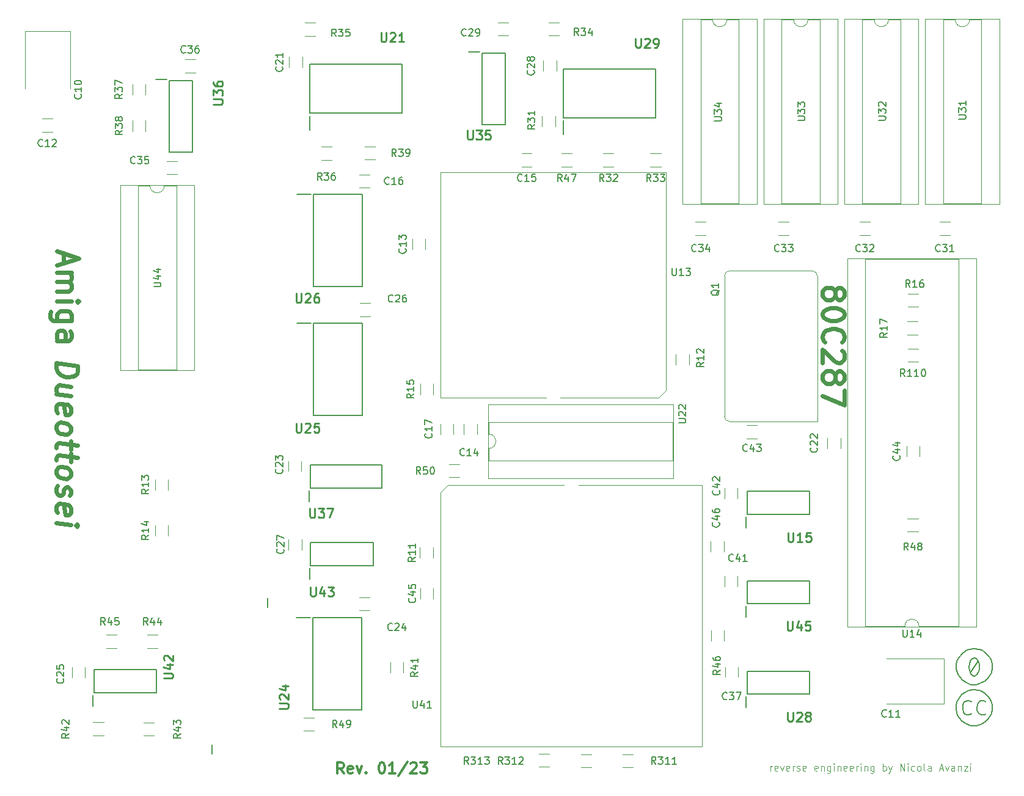
<source format=gbr>
%TF.GenerationSoftware,KiCad,Pcbnew,(5.1.12)-1*%
%TF.CreationDate,2022-10-26T16:15:57+02:00*%
%TF.ProjectId,dueottosei,6475656f-7474-46f7-9365-692e6b696361,rev?*%
%TF.SameCoordinates,Original*%
%TF.FileFunction,Legend,Top*%
%TF.FilePolarity,Positive*%
%FSLAX46Y46*%
G04 Gerber Fmt 4.6, Leading zero omitted, Abs format (unit mm)*
G04 Created by KiCad (PCBNEW (5.1.12)-1) date 2022-10-26 16:15:57*
%MOMM*%
%LPD*%
G01*
G04 APERTURE LIST*
%ADD10C,0.600000*%
%ADD11C,0.100000*%
%ADD12C,0.300000*%
%ADD13C,0.150000*%
%ADD14C,0.120000*%
%ADD15C,0.200000*%
%ADD16C,0.254000*%
G04 APERTURE END LIST*
D10*
X89670000Y-71397142D02*
X89670000Y-72825714D01*
X88812857Y-71111428D02*
X91812857Y-72111428D01*
X88812857Y-73111428D01*
X88812857Y-74111428D02*
X90812857Y-74111428D01*
X90527142Y-74111428D02*
X90670000Y-74254285D01*
X90812857Y-74540000D01*
X90812857Y-74968571D01*
X90670000Y-75254285D01*
X90384285Y-75397142D01*
X88812857Y-75397142D01*
X90384285Y-75397142D02*
X90670000Y-75540000D01*
X90812857Y-75825714D01*
X90812857Y-76254285D01*
X90670000Y-76540000D01*
X90384285Y-76682857D01*
X88812857Y-76682857D01*
X88812857Y-78111428D02*
X90812857Y-78111428D01*
X91812857Y-78111428D02*
X91670000Y-77968571D01*
X91527142Y-78111428D01*
X91670000Y-78254285D01*
X91812857Y-78111428D01*
X91527142Y-78111428D01*
X90812857Y-80825714D02*
X88384285Y-80825714D01*
X88098571Y-80682857D01*
X87955714Y-80540000D01*
X87812857Y-80254285D01*
X87812857Y-79825714D01*
X87955714Y-79540000D01*
X88955714Y-80825714D02*
X88812857Y-80540000D01*
X88812857Y-79968571D01*
X88955714Y-79682857D01*
X89098571Y-79540000D01*
X89384285Y-79397142D01*
X90241428Y-79397142D01*
X90527142Y-79540000D01*
X90670000Y-79682857D01*
X90812857Y-79968571D01*
X90812857Y-80540000D01*
X90670000Y-80825714D01*
X88812857Y-83540000D02*
X90384285Y-83540000D01*
X90670000Y-83397142D01*
X90812857Y-83111428D01*
X90812857Y-82540000D01*
X90670000Y-82254285D01*
X88955714Y-83540000D02*
X88812857Y-83254285D01*
X88812857Y-82540000D01*
X88955714Y-82254285D01*
X89241428Y-82111428D01*
X89527142Y-82111428D01*
X89812857Y-82254285D01*
X89955714Y-82540000D01*
X89955714Y-83254285D01*
X90098571Y-83540000D01*
X196607142Y-76750000D02*
X196750000Y-76464285D01*
X196892857Y-76321428D01*
X197178571Y-76178571D01*
X197321428Y-76178571D01*
X197607142Y-76321428D01*
X197750000Y-76464285D01*
X197892857Y-76750000D01*
X197892857Y-77321428D01*
X197750000Y-77607142D01*
X197607142Y-77750000D01*
X197321428Y-77892857D01*
X197178571Y-77892857D01*
X196892857Y-77750000D01*
X196750000Y-77607142D01*
X196607142Y-77321428D01*
X196607142Y-76750000D01*
X196464285Y-76464285D01*
X196321428Y-76321428D01*
X196035714Y-76178571D01*
X195464285Y-76178571D01*
X195178571Y-76321428D01*
X195035714Y-76464285D01*
X194892857Y-76750000D01*
X194892857Y-77321428D01*
X195035714Y-77607142D01*
X195178571Y-77750000D01*
X195464285Y-77892857D01*
X196035714Y-77892857D01*
X196321428Y-77750000D01*
X196464285Y-77607142D01*
X196607142Y-77321428D01*
X197892857Y-79750000D02*
X197892857Y-80035714D01*
X197750000Y-80321428D01*
X197607142Y-80464285D01*
X197321428Y-80607142D01*
X196750000Y-80750000D01*
X196035714Y-80750000D01*
X195464285Y-80607142D01*
X195178571Y-80464285D01*
X195035714Y-80321428D01*
X194892857Y-80035714D01*
X194892857Y-79750000D01*
X195035714Y-79464285D01*
X195178571Y-79321428D01*
X195464285Y-79178571D01*
X196035714Y-79035714D01*
X196750000Y-79035714D01*
X197321428Y-79178571D01*
X197607142Y-79321428D01*
X197750000Y-79464285D01*
X197892857Y-79750000D01*
X195178571Y-83750000D02*
X195035714Y-83607142D01*
X194892857Y-83178571D01*
X194892857Y-82892857D01*
X195035714Y-82464285D01*
X195321428Y-82178571D01*
X195607142Y-82035714D01*
X196178571Y-81892857D01*
X196607142Y-81892857D01*
X197178571Y-82035714D01*
X197464285Y-82178571D01*
X197750000Y-82464285D01*
X197892857Y-82892857D01*
X197892857Y-83178571D01*
X197750000Y-83607142D01*
X197607142Y-83750000D01*
X197607142Y-84892857D02*
X197750000Y-85035714D01*
X197892857Y-85321428D01*
X197892857Y-86035714D01*
X197750000Y-86321428D01*
X197607142Y-86464285D01*
X197321428Y-86607142D01*
X197035714Y-86607142D01*
X196607142Y-86464285D01*
X194892857Y-84750000D01*
X194892857Y-86607142D01*
X196607142Y-88321428D02*
X196750000Y-88035714D01*
X196892857Y-87892857D01*
X197178571Y-87750000D01*
X197321428Y-87750000D01*
X197607142Y-87892857D01*
X197750000Y-88035714D01*
X197892857Y-88321428D01*
X197892857Y-88892857D01*
X197750000Y-89178571D01*
X197607142Y-89321428D01*
X197321428Y-89464285D01*
X197178571Y-89464285D01*
X196892857Y-89321428D01*
X196750000Y-89178571D01*
X196607142Y-88892857D01*
X196607142Y-88321428D01*
X196464285Y-88035714D01*
X196321428Y-87892857D01*
X196035714Y-87750000D01*
X195464285Y-87750000D01*
X195178571Y-87892857D01*
X195035714Y-88035714D01*
X194892857Y-88321428D01*
X194892857Y-88892857D01*
X195035714Y-89178571D01*
X195178571Y-89321428D01*
X195464285Y-89464285D01*
X196035714Y-89464285D01*
X196321428Y-89321428D01*
X196464285Y-89178571D01*
X196607142Y-88892857D01*
X197892857Y-90464285D02*
X197892857Y-92464285D01*
X194892857Y-91178571D01*
D11*
X187662857Y-143152380D02*
X187662857Y-142485714D01*
X187662857Y-142676190D02*
X187710476Y-142580952D01*
X187758095Y-142533333D01*
X187853333Y-142485714D01*
X187948571Y-142485714D01*
X188662857Y-143104761D02*
X188567619Y-143152380D01*
X188377142Y-143152380D01*
X188281904Y-143104761D01*
X188234285Y-143009523D01*
X188234285Y-142628571D01*
X188281904Y-142533333D01*
X188377142Y-142485714D01*
X188567619Y-142485714D01*
X188662857Y-142533333D01*
X188710476Y-142628571D01*
X188710476Y-142723809D01*
X188234285Y-142819047D01*
X189043809Y-142485714D02*
X189281904Y-143152380D01*
X189520000Y-142485714D01*
X190281904Y-143104761D02*
X190186666Y-143152380D01*
X189996190Y-143152380D01*
X189900952Y-143104761D01*
X189853333Y-143009523D01*
X189853333Y-142628571D01*
X189900952Y-142533333D01*
X189996190Y-142485714D01*
X190186666Y-142485714D01*
X190281904Y-142533333D01*
X190329523Y-142628571D01*
X190329523Y-142723809D01*
X189853333Y-142819047D01*
X190758095Y-143152380D02*
X190758095Y-142485714D01*
X190758095Y-142676190D02*
X190805714Y-142580952D01*
X190853333Y-142533333D01*
X190948571Y-142485714D01*
X191043809Y-142485714D01*
X191329523Y-143104761D02*
X191424761Y-143152380D01*
X191615238Y-143152380D01*
X191710476Y-143104761D01*
X191758095Y-143009523D01*
X191758095Y-142961904D01*
X191710476Y-142866666D01*
X191615238Y-142819047D01*
X191472380Y-142819047D01*
X191377142Y-142771428D01*
X191329523Y-142676190D01*
X191329523Y-142628571D01*
X191377142Y-142533333D01*
X191472380Y-142485714D01*
X191615238Y-142485714D01*
X191710476Y-142533333D01*
X192567619Y-143104761D02*
X192472380Y-143152380D01*
X192281904Y-143152380D01*
X192186666Y-143104761D01*
X192139047Y-143009523D01*
X192139047Y-142628571D01*
X192186666Y-142533333D01*
X192281904Y-142485714D01*
X192472380Y-142485714D01*
X192567619Y-142533333D01*
X192615238Y-142628571D01*
X192615238Y-142723809D01*
X192139047Y-142819047D01*
X194186666Y-143104761D02*
X194091428Y-143152380D01*
X193900952Y-143152380D01*
X193805714Y-143104761D01*
X193758095Y-143009523D01*
X193758095Y-142628571D01*
X193805714Y-142533333D01*
X193900952Y-142485714D01*
X194091428Y-142485714D01*
X194186666Y-142533333D01*
X194234285Y-142628571D01*
X194234285Y-142723809D01*
X193758095Y-142819047D01*
X194662857Y-142485714D02*
X194662857Y-143152380D01*
X194662857Y-142580952D02*
X194710476Y-142533333D01*
X194805714Y-142485714D01*
X194948571Y-142485714D01*
X195043809Y-142533333D01*
X195091428Y-142628571D01*
X195091428Y-143152380D01*
X195996190Y-142485714D02*
X195996190Y-143295238D01*
X195948571Y-143390476D01*
X195900952Y-143438095D01*
X195805714Y-143485714D01*
X195662857Y-143485714D01*
X195567619Y-143438095D01*
X195996190Y-143104761D02*
X195900952Y-143152380D01*
X195710476Y-143152380D01*
X195615238Y-143104761D01*
X195567619Y-143057142D01*
X195520000Y-142961904D01*
X195520000Y-142676190D01*
X195567619Y-142580952D01*
X195615238Y-142533333D01*
X195710476Y-142485714D01*
X195900952Y-142485714D01*
X195996190Y-142533333D01*
X196472380Y-143152380D02*
X196472380Y-142485714D01*
X196472380Y-142152380D02*
X196424761Y-142200000D01*
X196472380Y-142247619D01*
X196520000Y-142200000D01*
X196472380Y-142152380D01*
X196472380Y-142247619D01*
X196948571Y-142485714D02*
X196948571Y-143152380D01*
X196948571Y-142580952D02*
X196996190Y-142533333D01*
X197091428Y-142485714D01*
X197234285Y-142485714D01*
X197329523Y-142533333D01*
X197377142Y-142628571D01*
X197377142Y-143152380D01*
X198234285Y-143104761D02*
X198139047Y-143152380D01*
X197948571Y-143152380D01*
X197853333Y-143104761D01*
X197805714Y-143009523D01*
X197805714Y-142628571D01*
X197853333Y-142533333D01*
X197948571Y-142485714D01*
X198139047Y-142485714D01*
X198234285Y-142533333D01*
X198281904Y-142628571D01*
X198281904Y-142723809D01*
X197805714Y-142819047D01*
X199091428Y-143104761D02*
X198996190Y-143152380D01*
X198805714Y-143152380D01*
X198710476Y-143104761D01*
X198662857Y-143009523D01*
X198662857Y-142628571D01*
X198710476Y-142533333D01*
X198805714Y-142485714D01*
X198996190Y-142485714D01*
X199091428Y-142533333D01*
X199139047Y-142628571D01*
X199139047Y-142723809D01*
X198662857Y-142819047D01*
X199567619Y-143152380D02*
X199567619Y-142485714D01*
X199567619Y-142676190D02*
X199615238Y-142580952D01*
X199662857Y-142533333D01*
X199758095Y-142485714D01*
X199853333Y-142485714D01*
X200186666Y-143152380D02*
X200186666Y-142485714D01*
X200186666Y-142152380D02*
X200139047Y-142200000D01*
X200186666Y-142247619D01*
X200234285Y-142200000D01*
X200186666Y-142152380D01*
X200186666Y-142247619D01*
X200662857Y-142485714D02*
X200662857Y-143152380D01*
X200662857Y-142580952D02*
X200710476Y-142533333D01*
X200805714Y-142485714D01*
X200948571Y-142485714D01*
X201043809Y-142533333D01*
X201091428Y-142628571D01*
X201091428Y-143152380D01*
X201996190Y-142485714D02*
X201996190Y-143295238D01*
X201948571Y-143390476D01*
X201900952Y-143438095D01*
X201805714Y-143485714D01*
X201662857Y-143485714D01*
X201567619Y-143438095D01*
X201996190Y-143104761D02*
X201900952Y-143152380D01*
X201710476Y-143152380D01*
X201615238Y-143104761D01*
X201567619Y-143057142D01*
X201520000Y-142961904D01*
X201520000Y-142676190D01*
X201567619Y-142580952D01*
X201615238Y-142533333D01*
X201710476Y-142485714D01*
X201900952Y-142485714D01*
X201996190Y-142533333D01*
X203234285Y-143152380D02*
X203234285Y-142152380D01*
X203234285Y-142533333D02*
X203329523Y-142485714D01*
X203520000Y-142485714D01*
X203615238Y-142533333D01*
X203662857Y-142580952D01*
X203710476Y-142676190D01*
X203710476Y-142961904D01*
X203662857Y-143057142D01*
X203615238Y-143104761D01*
X203520000Y-143152380D01*
X203329523Y-143152380D01*
X203234285Y-143104761D01*
X204043809Y-142485714D02*
X204281904Y-143152380D01*
X204520000Y-142485714D02*
X204281904Y-143152380D01*
X204186666Y-143390476D01*
X204139047Y-143438095D01*
X204043809Y-143485714D01*
X205662857Y-143152380D02*
X205662857Y-142152380D01*
X206234285Y-143152380D01*
X206234285Y-142152380D01*
X206710476Y-143152380D02*
X206710476Y-142485714D01*
X206710476Y-142152380D02*
X206662857Y-142200000D01*
X206710476Y-142247619D01*
X206758095Y-142200000D01*
X206710476Y-142152380D01*
X206710476Y-142247619D01*
X207615238Y-143104761D02*
X207520000Y-143152380D01*
X207329523Y-143152380D01*
X207234285Y-143104761D01*
X207186666Y-143057142D01*
X207139047Y-142961904D01*
X207139047Y-142676190D01*
X207186666Y-142580952D01*
X207234285Y-142533333D01*
X207329523Y-142485714D01*
X207520000Y-142485714D01*
X207615238Y-142533333D01*
X208186666Y-143152380D02*
X208091428Y-143104761D01*
X208043809Y-143057142D01*
X207996190Y-142961904D01*
X207996190Y-142676190D01*
X208043809Y-142580952D01*
X208091428Y-142533333D01*
X208186666Y-142485714D01*
X208329523Y-142485714D01*
X208424761Y-142533333D01*
X208472380Y-142580952D01*
X208520000Y-142676190D01*
X208520000Y-142961904D01*
X208472380Y-143057142D01*
X208424761Y-143104761D01*
X208329523Y-143152380D01*
X208186666Y-143152380D01*
X209091428Y-143152380D02*
X208996190Y-143104761D01*
X208948571Y-143009523D01*
X208948571Y-142152380D01*
X209900952Y-143152380D02*
X209900952Y-142628571D01*
X209853333Y-142533333D01*
X209758095Y-142485714D01*
X209567619Y-142485714D01*
X209472380Y-142533333D01*
X209900952Y-143104761D02*
X209805714Y-143152380D01*
X209567619Y-143152380D01*
X209472380Y-143104761D01*
X209424761Y-143009523D01*
X209424761Y-142914285D01*
X209472380Y-142819047D01*
X209567619Y-142771428D01*
X209805714Y-142771428D01*
X209900952Y-142723809D01*
X211091428Y-142866666D02*
X211567619Y-142866666D01*
X210996190Y-143152380D02*
X211329523Y-142152380D01*
X211662857Y-143152380D01*
X211900952Y-142485714D02*
X212139047Y-143152380D01*
X212377142Y-142485714D01*
X213186666Y-143152380D02*
X213186666Y-142628571D01*
X213139047Y-142533333D01*
X213043809Y-142485714D01*
X212853333Y-142485714D01*
X212758095Y-142533333D01*
X213186666Y-143104761D02*
X213091428Y-143152380D01*
X212853333Y-143152380D01*
X212758095Y-143104761D01*
X212710476Y-143009523D01*
X212710476Y-142914285D01*
X212758095Y-142819047D01*
X212853333Y-142771428D01*
X213091428Y-142771428D01*
X213186666Y-142723809D01*
X213662857Y-142485714D02*
X213662857Y-143152380D01*
X213662857Y-142580952D02*
X213710476Y-142533333D01*
X213805714Y-142485714D01*
X213948571Y-142485714D01*
X214043809Y-142533333D01*
X214091428Y-142628571D01*
X214091428Y-143152380D01*
X214472380Y-142485714D02*
X214996190Y-142485714D01*
X214472380Y-143152380D01*
X214996190Y-143152380D01*
X215377142Y-143152380D02*
X215377142Y-142485714D01*
X215377142Y-142152380D02*
X215329523Y-142200000D01*
X215377142Y-142247619D01*
X215424761Y-142200000D01*
X215377142Y-142152380D01*
X215377142Y-142247619D01*
D12*
X128528571Y-143518571D02*
X128028571Y-142804285D01*
X127671428Y-143518571D02*
X127671428Y-142018571D01*
X128242857Y-142018571D01*
X128385714Y-142090000D01*
X128457142Y-142161428D01*
X128528571Y-142304285D01*
X128528571Y-142518571D01*
X128457142Y-142661428D01*
X128385714Y-142732857D01*
X128242857Y-142804285D01*
X127671428Y-142804285D01*
X129742857Y-143447142D02*
X129600000Y-143518571D01*
X129314285Y-143518571D01*
X129171428Y-143447142D01*
X129100000Y-143304285D01*
X129100000Y-142732857D01*
X129171428Y-142590000D01*
X129314285Y-142518571D01*
X129600000Y-142518571D01*
X129742857Y-142590000D01*
X129814285Y-142732857D01*
X129814285Y-142875714D01*
X129100000Y-143018571D01*
X130314285Y-142518571D02*
X130671428Y-143518571D01*
X131028571Y-142518571D01*
X131600000Y-143375714D02*
X131671428Y-143447142D01*
X131600000Y-143518571D01*
X131528571Y-143447142D01*
X131600000Y-143375714D01*
X131600000Y-143518571D01*
X133742857Y-142018571D02*
X133885714Y-142018571D01*
X134028571Y-142090000D01*
X134100000Y-142161428D01*
X134171428Y-142304285D01*
X134242857Y-142590000D01*
X134242857Y-142947142D01*
X134171428Y-143232857D01*
X134100000Y-143375714D01*
X134028571Y-143447142D01*
X133885714Y-143518571D01*
X133742857Y-143518571D01*
X133600000Y-143447142D01*
X133528571Y-143375714D01*
X133457142Y-143232857D01*
X133385714Y-142947142D01*
X133385714Y-142590000D01*
X133457142Y-142304285D01*
X133528571Y-142161428D01*
X133600000Y-142090000D01*
X133742857Y-142018571D01*
X135671428Y-143518571D02*
X134814285Y-143518571D01*
X135242857Y-143518571D02*
X135242857Y-142018571D01*
X135100000Y-142232857D01*
X134957142Y-142375714D01*
X134814285Y-142447142D01*
X137385714Y-141947142D02*
X136100000Y-143875714D01*
X137814285Y-142161428D02*
X137885714Y-142090000D01*
X138028571Y-142018571D01*
X138385714Y-142018571D01*
X138528571Y-142090000D01*
X138600000Y-142161428D01*
X138671428Y-142304285D01*
X138671428Y-142447142D01*
X138600000Y-142661428D01*
X137742857Y-143518571D01*
X138671428Y-143518571D01*
X139171428Y-142018571D02*
X140100000Y-142018571D01*
X139600000Y-142590000D01*
X139814285Y-142590000D01*
X139957142Y-142661428D01*
X140028571Y-142732857D01*
X140100000Y-142875714D01*
X140100000Y-143232857D01*
X140028571Y-143375714D01*
X139957142Y-143447142D01*
X139814285Y-143518571D01*
X139385714Y-143518571D01*
X139242857Y-143447142D01*
X139171428Y-143375714D01*
D10*
X88692857Y-86656428D02*
X91692857Y-87031428D01*
X91692857Y-87745714D01*
X91550000Y-88156428D01*
X91264285Y-88406428D01*
X90978571Y-88513571D01*
X90407142Y-88585000D01*
X89978571Y-88531428D01*
X89407142Y-88317142D01*
X89121428Y-88138571D01*
X88835714Y-87817142D01*
X88692857Y-87370714D01*
X88692857Y-86656428D01*
X90692857Y-91192142D02*
X88692857Y-90942142D01*
X90692857Y-89906428D02*
X89121428Y-89710000D01*
X88835714Y-89817142D01*
X88692857Y-90085000D01*
X88692857Y-90513571D01*
X88835714Y-90817142D01*
X88978571Y-90977857D01*
X88835714Y-93531428D02*
X88692857Y-93227857D01*
X88692857Y-92656428D01*
X88835714Y-92388571D01*
X89121428Y-92281428D01*
X90264285Y-92424285D01*
X90550000Y-92602857D01*
X90692857Y-92906428D01*
X90692857Y-93477857D01*
X90550000Y-93745714D01*
X90264285Y-93852857D01*
X89978571Y-93817142D01*
X89692857Y-92352857D01*
X88692857Y-95370714D02*
X88835714Y-95102857D01*
X88978571Y-94977857D01*
X89264285Y-94870714D01*
X90121428Y-94977857D01*
X90407142Y-95156428D01*
X90550000Y-95317142D01*
X90692857Y-95620714D01*
X90692857Y-96049285D01*
X90550000Y-96317142D01*
X90407142Y-96442142D01*
X90121428Y-96549285D01*
X89264285Y-96442142D01*
X88978571Y-96263571D01*
X88835714Y-96102857D01*
X88692857Y-95799285D01*
X88692857Y-95370714D01*
X90692857Y-97477857D02*
X90692857Y-98620714D01*
X91692857Y-98031428D02*
X89121428Y-97710000D01*
X88835714Y-97817142D01*
X88692857Y-98085000D01*
X88692857Y-98370714D01*
X90692857Y-99192142D02*
X90692857Y-100335000D01*
X91692857Y-99745714D02*
X89121428Y-99424285D01*
X88835714Y-99531428D01*
X88692857Y-99799285D01*
X88692857Y-100085000D01*
X88692857Y-101513571D02*
X88835714Y-101245714D01*
X88978571Y-101120714D01*
X89264285Y-101013571D01*
X90121428Y-101120714D01*
X90407142Y-101299285D01*
X90550000Y-101460000D01*
X90692857Y-101763571D01*
X90692857Y-102192142D01*
X90550000Y-102460000D01*
X90407142Y-102585000D01*
X90121428Y-102692142D01*
X89264285Y-102585000D01*
X88978571Y-102406428D01*
X88835714Y-102245714D01*
X88692857Y-101942142D01*
X88692857Y-101513571D01*
X88835714Y-103674285D02*
X88692857Y-103942142D01*
X88692857Y-104513571D01*
X88835714Y-104817142D01*
X89121428Y-104995714D01*
X89264285Y-105013571D01*
X89550000Y-104906428D01*
X89692857Y-104638571D01*
X89692857Y-104210000D01*
X89835714Y-103942142D01*
X90121428Y-103835000D01*
X90264285Y-103852857D01*
X90550000Y-104031428D01*
X90692857Y-104335000D01*
X90692857Y-104763571D01*
X90550000Y-105031428D01*
X88835714Y-107388571D02*
X88692857Y-107085000D01*
X88692857Y-106513571D01*
X88835714Y-106245714D01*
X89121428Y-106138571D01*
X90264285Y-106281428D01*
X90550000Y-106460000D01*
X90692857Y-106763571D01*
X90692857Y-107335000D01*
X90550000Y-107602857D01*
X90264285Y-107710000D01*
X89978571Y-107674285D01*
X89692857Y-106210000D01*
X88692857Y-108799285D02*
X90692857Y-109049285D01*
X91692857Y-109174285D02*
X91550000Y-109013571D01*
X91407142Y-109138571D01*
X91550000Y-109299285D01*
X91692857Y-109174285D01*
X91407142Y-109138571D01*
D13*
%TO.C,REF4*%
X216519440Y-126329700D02*
X215920000Y-126230640D01*
X216920760Y-126428760D02*
X216519440Y-126329700D01*
X217421140Y-126731020D02*
X216920760Y-126428760D01*
X217918980Y-127228860D02*
X217421140Y-126731020D01*
X218221240Y-127729240D02*
X217918980Y-127228860D01*
X218419360Y-128331220D02*
X218221240Y-127729240D01*
X218419360Y-128930660D02*
X218419360Y-128331220D01*
X218320300Y-129530100D02*
X218419360Y-128930660D01*
X217918980Y-130231140D02*
X218320300Y-129530100D01*
X217421140Y-130728980D02*
X217918980Y-130231140D01*
X216819160Y-131031240D02*
X217421140Y-130728980D01*
X216219720Y-131229360D02*
X216819160Y-131031240D01*
X215419620Y-131229360D02*
X216219720Y-131229360D01*
X214721120Y-130929640D02*
X215419620Y-131229360D01*
X214220740Y-130530860D02*
X214721120Y-130929640D01*
X213618760Y-129829820D02*
X214220740Y-130530860D01*
X213420640Y-129029720D02*
X213618760Y-129829820D01*
X213420640Y-128430280D02*
X213420640Y-129029720D01*
X213519700Y-127929900D02*
X213420640Y-128430280D01*
X213720360Y-127531120D02*
X213519700Y-127929900D01*
X214220740Y-126929140D02*
X213720360Y-127531120D01*
X214721120Y-126530360D02*
X214220740Y-126929140D01*
X215218960Y-126329700D02*
X214721120Y-126530360D01*
X215820940Y-126230640D02*
X215218960Y-126329700D01*
X215920000Y-126230640D02*
X215820940Y-126230640D01*
X215670000Y-127580000D02*
X215920000Y-127530000D01*
X215420000Y-127780000D02*
X215670000Y-127580000D01*
X215270000Y-128280000D02*
X215420000Y-127780000D01*
X215170000Y-128780000D02*
X215270000Y-128280000D01*
X215270000Y-129330000D02*
X215170000Y-128780000D01*
X215420000Y-129730000D02*
X215270000Y-129330000D01*
X215670000Y-129980000D02*
X215420000Y-129730000D01*
X215970000Y-130030000D02*
X215670000Y-129980000D01*
X216270000Y-129830000D02*
X215970000Y-130030000D01*
X216420000Y-129580000D02*
X216270000Y-129830000D01*
X216620000Y-129130000D02*
X216420000Y-129580000D01*
X216620000Y-128780000D02*
X216620000Y-129130000D01*
X216620000Y-128330000D02*
X216620000Y-128780000D01*
X216470000Y-127930000D02*
X216620000Y-128330000D01*
X216220000Y-127630000D02*
X216470000Y-127930000D01*
X215920000Y-127530000D02*
X216220000Y-127630000D01*
X216499440Y-132019700D02*
X215900000Y-131920640D01*
X216900760Y-132118760D02*
X216499440Y-132019700D01*
X217401140Y-132421020D02*
X216900760Y-132118760D01*
X217898980Y-132918860D02*
X217401140Y-132421020D01*
X218201240Y-133419240D02*
X217898980Y-132918860D01*
X218399360Y-134021220D02*
X218201240Y-133419240D01*
X218399360Y-134620660D02*
X218399360Y-134021220D01*
X218300300Y-135220100D02*
X218399360Y-134620660D01*
X217898980Y-135921140D02*
X218300300Y-135220100D01*
X217401140Y-136418980D02*
X217898980Y-135921140D01*
X216799160Y-136721240D02*
X217401140Y-136418980D01*
X216199720Y-136919360D02*
X216799160Y-136721240D01*
X215399620Y-136919360D02*
X216199720Y-136919360D01*
X214701120Y-136619640D02*
X215399620Y-136919360D01*
X214200740Y-136220860D02*
X214701120Y-136619640D01*
X213598760Y-135519820D02*
X214200740Y-136220860D01*
X213400640Y-134719720D02*
X213598760Y-135519820D01*
X213400640Y-134120280D02*
X213400640Y-134719720D01*
X213499700Y-133619900D02*
X213400640Y-134120280D01*
X213700360Y-133221120D02*
X213499700Y-133619900D01*
X214200740Y-132619140D02*
X213700360Y-133221120D01*
X214701120Y-132220360D02*
X214200740Y-132619140D01*
X215198960Y-132019700D02*
X214701120Y-132220360D01*
X215800940Y-131920640D02*
X215198960Y-132019700D01*
X215900000Y-131920640D02*
X215800940Y-131920640D01*
X215300560Y-135420760D02*
X215501220Y-135220100D01*
X214899240Y-135420760D02*
X215300560Y-135420760D01*
X214599520Y-135319160D02*
X214899240Y-135420760D01*
X214398860Y-135019440D02*
X214599520Y-135319160D01*
X214299800Y-134519060D02*
X214398860Y-135019440D01*
X214299800Y-134120280D02*
X214299800Y-134519060D01*
X214398860Y-133718960D02*
X214299800Y-134120280D01*
X214701120Y-133520840D02*
X214398860Y-133718960D01*
X215099900Y-133419240D02*
X214701120Y-133520840D01*
X215399620Y-133520840D02*
X215099900Y-133419240D01*
X215501220Y-133619900D02*
X215399620Y-133520840D01*
X217401140Y-135420760D02*
X217500200Y-135220100D01*
X217098880Y-135420760D02*
X217401140Y-135420760D01*
X216900760Y-135420760D02*
X217098880Y-135420760D01*
X216499440Y-135220100D02*
X216900760Y-135420760D01*
X216298780Y-134818780D02*
X216499440Y-135220100D01*
X216298780Y-134420000D02*
X216298780Y-134818780D01*
X216400380Y-133919620D02*
X216298780Y-134420000D01*
X216601040Y-133520840D02*
X216400380Y-133919620D01*
X216900760Y-133419240D02*
X216601040Y-133520840D01*
X217200480Y-133419240D02*
X216900760Y-133419240D01*
X217401140Y-133520840D02*
X217200480Y-133419240D01*
X217500200Y-133619900D02*
X217401140Y-133520840D01*
X216470000Y-127930000D02*
X215420000Y-129480000D01*
D14*
%TO.C,U14*%
X208270000Y-123150000D02*
X213730000Y-123150000D01*
X213730000Y-123150000D02*
X213730000Y-72230000D01*
X213730000Y-72230000D02*
X200810000Y-72230000D01*
X200810000Y-72230000D02*
X200810000Y-123150000D01*
X200810000Y-123150000D02*
X206270000Y-123150000D01*
X216220000Y-123210000D02*
X216220000Y-72170000D01*
X216220000Y-72170000D02*
X198320000Y-72170000D01*
X198320000Y-72170000D02*
X198320000Y-123210000D01*
X198320000Y-123210000D02*
X216220000Y-123210000D01*
X206270000Y-123150000D02*
G75*
G02*
X208270000Y-123150000I1000000J0D01*
G01*
%TO.C,U13*%
X158550000Y-91475000D02*
X172175000Y-91475000D01*
X172175000Y-91475000D02*
X173175000Y-90475000D01*
X173175000Y-90475000D02*
X173175000Y-60225000D01*
X173175000Y-60225000D02*
X141925000Y-60225000D01*
X141925000Y-60225000D02*
X141925000Y-91475000D01*
X141925000Y-91475000D02*
X156550000Y-91475000D01*
D15*
%TO.C,U35*%
X145845000Y-43530000D02*
X147370000Y-43530000D01*
X147720000Y-53600000D02*
X147720000Y-43700000D01*
X150920000Y-53600000D02*
X147720000Y-53600000D01*
X150920000Y-43700000D02*
X150920000Y-53600000D01*
X147720000Y-43700000D02*
X150920000Y-43700000D01*
%TO.C,U36*%
X104330000Y-47540000D02*
X107530000Y-47540000D01*
X107530000Y-47540000D02*
X107530000Y-57440000D01*
X107530000Y-57440000D02*
X104330000Y-57440000D01*
X104330000Y-57440000D02*
X104330000Y-47540000D01*
X102455000Y-47370000D02*
X103980000Y-47370000D01*
%TO.C,U37*%
X123760000Y-105815000D02*
X123760000Y-104290000D01*
X133830000Y-103940000D02*
X123930000Y-103940000D01*
X133830000Y-100740000D02*
X133830000Y-103940000D01*
X123930000Y-100740000D02*
X133830000Y-100740000D01*
X123930000Y-103940000D02*
X123930000Y-100740000D01*
%TO.C,U43*%
X123785000Y-116615000D02*
X123785000Y-115090000D01*
X132595000Y-114740000D02*
X123945000Y-114740000D01*
X132595000Y-111540000D02*
X132595000Y-114740000D01*
X123945000Y-111540000D02*
X132595000Y-111540000D01*
X123945000Y-114740000D02*
X123945000Y-111540000D01*
%TO.C,J1*%
X110290000Y-140850000D02*
X110290000Y-139580000D01*
%TO.C,J2*%
X118020000Y-120520000D02*
X118020000Y-119250000D01*
%TO.C,U21*%
X123800000Y-54330000D02*
X123800000Y-52380000D01*
X136590000Y-52030000D02*
X123790000Y-52030000D01*
X136590000Y-45230000D02*
X136590000Y-52030000D01*
X123790000Y-45230000D02*
X136590000Y-45230000D01*
X123790000Y-52030000D02*
X123790000Y-45230000D01*
%TO.C,U15*%
X184245000Y-109505000D02*
X184245000Y-107980000D01*
X193055000Y-107630000D02*
X184405000Y-107630000D01*
X193055000Y-104430000D02*
X193055000Y-107630000D01*
X184405000Y-104430000D02*
X193055000Y-104430000D01*
X184405000Y-107630000D02*
X184405000Y-104430000D01*
%TO.C,U45*%
X184245000Y-121885000D02*
X184245000Y-120360000D01*
X193055000Y-120010000D02*
X184405000Y-120010000D01*
X193055000Y-116810000D02*
X193055000Y-120010000D01*
X184405000Y-116810000D02*
X193055000Y-116810000D01*
X184405000Y-120010000D02*
X184405000Y-116810000D01*
%TO.C,U28*%
X184415000Y-132540000D02*
X184415000Y-129340000D01*
X184415000Y-129340000D02*
X193065000Y-129340000D01*
X193065000Y-129340000D02*
X193065000Y-132540000D01*
X193065000Y-132540000D02*
X184415000Y-132540000D01*
X184255000Y-134415000D02*
X184255000Y-132890000D01*
D14*
%TO.C,Q1*%
X182030000Y-94760000D02*
X194180000Y-94760000D01*
X181280000Y-74610000D02*
X181280000Y-94010000D01*
X193430000Y-73860000D02*
X182030000Y-73860000D01*
X194180000Y-94760000D02*
X194180000Y-74610000D01*
X194180000Y-74610000D02*
G75*
G03*
X193430000Y-73860000I-750000J0D01*
G01*
X182030000Y-73860000D02*
G75*
G03*
X181280000Y-74610000I0J-750000D01*
G01*
X181280000Y-94010000D02*
G75*
G03*
X182030000Y-94760000I750000J0D01*
G01*
%TO.C,C10*%
X90660000Y-48650000D02*
X90660000Y-40640000D01*
X90660000Y-40640000D02*
X84340000Y-40640000D01*
X84340000Y-40640000D02*
X84340000Y-48650000D01*
%TO.C,C11*%
X211720000Y-127590000D02*
X203710000Y-127590000D01*
X211720000Y-133910000D02*
X211720000Y-127590000D01*
X203710000Y-133910000D02*
X211720000Y-133910000D01*
%TO.C,C12*%
X86758748Y-54590000D02*
X88181252Y-54590000D01*
X86758748Y-52770000D02*
X88181252Y-52770000D01*
%TO.C,C13*%
X138050000Y-70881252D02*
X138050000Y-69458748D01*
X139870000Y-70881252D02*
X139870000Y-69458748D01*
%TO.C,C14*%
X145180000Y-95068748D02*
X145180000Y-96491252D01*
X147000000Y-95068748D02*
X147000000Y-96491252D01*
%TO.C,C15*%
X153168748Y-57590000D02*
X154591252Y-57590000D01*
X153168748Y-59410000D02*
X154591252Y-59410000D01*
%TO.C,C16*%
X132141252Y-60520000D02*
X130718748Y-60520000D01*
X132141252Y-62340000D02*
X130718748Y-62340000D01*
%TO.C,C17*%
X143740000Y-95068748D02*
X143740000Y-96491252D01*
X141920000Y-95068748D02*
X141920000Y-96491252D01*
%TO.C,C21*%
X122800000Y-44238748D02*
X122800000Y-45661252D01*
X120980000Y-44238748D02*
X120980000Y-45661252D01*
%TO.C,C22*%
X197390000Y-98461252D02*
X197390000Y-97038748D01*
X195570000Y-98461252D02*
X195570000Y-97038748D01*
%TO.C,C23*%
X122680000Y-100218748D02*
X122680000Y-101641252D01*
X120860000Y-100218748D02*
X120860000Y-101641252D01*
%TO.C,C24*%
X132141252Y-119110000D02*
X130718748Y-119110000D01*
X132141252Y-120930000D02*
X130718748Y-120930000D01*
%TO.C,C25*%
X92700000Y-128808748D02*
X92700000Y-130231252D01*
X90880000Y-128808748D02*
X90880000Y-130231252D01*
%TO.C,C27*%
X122700000Y-112491252D02*
X122700000Y-111068748D01*
X120880000Y-112491252D02*
X120880000Y-111068748D01*
%TO.C,C28*%
X158000000Y-44738748D02*
X158000000Y-46161252D01*
X156180000Y-44738748D02*
X156180000Y-46161252D01*
%TO.C,C29*%
X151331252Y-39450000D02*
X149908748Y-39450000D01*
X151331252Y-41270000D02*
X149908748Y-41270000D01*
%TO.C,C31*%
X211098748Y-67090000D02*
X212521252Y-67090000D01*
X211098748Y-68910000D02*
X212521252Y-68910000D01*
%TO.C,C32*%
X200038748Y-67090000D02*
X201461252Y-67090000D01*
X200038748Y-68910000D02*
X201461252Y-68910000D01*
%TO.C,C33*%
X188788748Y-68910000D02*
X190211252Y-68910000D01*
X188788748Y-67090000D02*
X190211252Y-67090000D01*
%TO.C,C34*%
X177288748Y-67090000D02*
X178711252Y-67090000D01*
X177288748Y-68910000D02*
X178711252Y-68910000D01*
%TO.C,C35*%
X105461252Y-58660000D02*
X104038748Y-58660000D01*
X105461252Y-60480000D02*
X104038748Y-60480000D01*
%TO.C,C36*%
X107951252Y-46380000D02*
X106528748Y-46380000D01*
X107951252Y-44560000D02*
X106528748Y-44560000D01*
%TO.C,C37*%
X183210000Y-130171252D02*
X183210000Y-128748748D01*
X181390000Y-130171252D02*
X181390000Y-128748748D01*
%TO.C,C41*%
X181280000Y-117631252D02*
X181280000Y-116208748D01*
X183100000Y-117631252D02*
X183100000Y-116208748D01*
%TO.C,C42*%
X181310000Y-104008748D02*
X181310000Y-105431252D01*
X183130000Y-104008748D02*
X183130000Y-105431252D01*
%TO.C,C43*%
X184388748Y-95290000D02*
X185811252Y-95290000D01*
X184388748Y-97110000D02*
X185811252Y-97110000D01*
%TO.C,C44*%
X208330000Y-99581252D02*
X208330000Y-98158748D01*
X206510000Y-99581252D02*
X206510000Y-98158748D01*
%TO.C,C45*%
X139140000Y-119301252D02*
X139140000Y-117878748D01*
X140960000Y-119301252D02*
X140960000Y-117878748D01*
%TO.C,C46*%
X181220000Y-112781252D02*
X181220000Y-111358748D01*
X179400000Y-112781252D02*
X179400000Y-111358748D01*
%TO.C,R11*%
X140910000Y-112202936D02*
X140910000Y-113657064D01*
X139090000Y-112202936D02*
X139090000Y-113657064D01*
%TO.C,R12*%
X174560000Y-86917064D02*
X174560000Y-85462936D01*
X176380000Y-86917064D02*
X176380000Y-85462936D01*
%TO.C,R13*%
X102400000Y-102772936D02*
X102400000Y-104227064D01*
X104220000Y-102772936D02*
X104220000Y-104227064D01*
%TO.C,R14*%
X102400000Y-110567064D02*
X102400000Y-109112936D01*
X104220000Y-110567064D02*
X104220000Y-109112936D01*
%TO.C,R15*%
X139140000Y-89542936D02*
X139140000Y-90997064D01*
X140960000Y-89542936D02*
X140960000Y-90997064D01*
%TO.C,R16*%
X208127064Y-78840000D02*
X206672936Y-78840000D01*
X208127064Y-77020000D02*
X206672936Y-77020000D01*
%TO.C,R17*%
X208107064Y-80910000D02*
X206652936Y-80910000D01*
X208107064Y-82730000D02*
X206652936Y-82730000D01*
%TO.C,R31*%
X156010000Y-53857064D02*
X156010000Y-52402936D01*
X157830000Y-53857064D02*
X157830000Y-52402936D01*
%TO.C,R32*%
X165947064Y-57620000D02*
X164492936Y-57620000D01*
X165947064Y-59440000D02*
X164492936Y-59440000D01*
%TO.C,R33*%
X172477064Y-59440000D02*
X171022936Y-59440000D01*
X172477064Y-57620000D02*
X171022936Y-57620000D01*
%TO.C,R34*%
X158367064Y-39440000D02*
X156912936Y-39440000D01*
X158367064Y-41260000D02*
X156912936Y-41260000D01*
%TO.C,R35*%
X123142936Y-41320000D02*
X124597064Y-41320000D01*
X123142936Y-39500000D02*
X124597064Y-39500000D01*
%TO.C,R36*%
X125392936Y-56670000D02*
X126847064Y-56670000D01*
X125392936Y-58490000D02*
X126847064Y-58490000D01*
%TO.C,R37*%
X101060000Y-49457064D02*
X101060000Y-48002936D01*
X99240000Y-49457064D02*
X99240000Y-48002936D01*
%TO.C,R38*%
X101080000Y-53042936D02*
X101080000Y-54497064D01*
X99260000Y-53042936D02*
X99260000Y-54497064D01*
%TO.C,R39*%
X131462936Y-58460000D02*
X132917064Y-58460000D01*
X131462936Y-56640000D02*
X132917064Y-56640000D01*
%TO.C,R41*%
X136780000Y-128112936D02*
X136780000Y-129567064D01*
X134960000Y-128112936D02*
X134960000Y-129567064D01*
%TO.C,R42*%
X93810436Y-138270000D02*
X95264564Y-138270000D01*
X93810436Y-136450000D02*
X95264564Y-136450000D01*
%TO.C,R43*%
X102227064Y-136490000D02*
X100772936Y-136490000D01*
X102227064Y-138310000D02*
X100772936Y-138310000D01*
%TO.C,R44*%
X102739564Y-126160000D02*
X101285436Y-126160000D01*
X102739564Y-124340000D02*
X101285436Y-124340000D01*
%TO.C,R45*%
X95642936Y-124320000D02*
X97097064Y-124320000D01*
X95642936Y-126140000D02*
X97097064Y-126140000D01*
%TO.C,R46*%
X179440000Y-125127064D02*
X179440000Y-123672936D01*
X181260000Y-125127064D02*
X181260000Y-123672936D01*
%TO.C,R47*%
X158672936Y-59440000D02*
X160127064Y-59440000D01*
X158672936Y-57620000D02*
X160127064Y-57620000D01*
%TO.C,R48*%
X208117064Y-110020000D02*
X206662936Y-110020000D01*
X208117064Y-108200000D02*
X206662936Y-108200000D01*
%TO.C,R49*%
X122992936Y-135800000D02*
X124447064Y-135800000D01*
X122992936Y-137620000D02*
X124447064Y-137620000D01*
%TO.C,R50*%
X143092936Y-102500000D02*
X144547064Y-102500000D01*
X143092936Y-100680000D02*
X144547064Y-100680000D01*
%TO.C,R110*%
X208137064Y-86470000D02*
X206682936Y-86470000D01*
X208137064Y-84650000D02*
X206682936Y-84650000D01*
%TO.C,R311*%
X167172936Y-142680000D02*
X168627064Y-142680000D01*
X167172936Y-140860000D02*
X168627064Y-140860000D01*
%TO.C,R312*%
X161432936Y-142700000D02*
X162887064Y-142700000D01*
X161432936Y-140880000D02*
X162887064Y-140880000D01*
%TO.C,R313*%
X155582936Y-142610000D02*
X157037064Y-142610000D01*
X155582936Y-140790000D02*
X157037064Y-140790000D01*
%TO.C,C26*%
X132191252Y-80150000D02*
X130768748Y-80150000D01*
X132191252Y-78330000D02*
X130768748Y-78330000D01*
D15*
%TO.C,U24*%
X121950000Y-121960000D02*
X123900000Y-121960000D01*
X124250000Y-134750000D02*
X124250000Y-121950000D01*
X131050000Y-134750000D02*
X124250000Y-134750000D01*
X131050000Y-121950000D02*
X131050000Y-134750000D01*
X124250000Y-121950000D02*
X131050000Y-121950000D01*
%TO.C,U25*%
X124320000Y-81120000D02*
X131120000Y-81120000D01*
X131120000Y-81120000D02*
X131120000Y-93920000D01*
X131120000Y-93920000D02*
X124320000Y-93920000D01*
X124320000Y-93920000D02*
X124320000Y-81120000D01*
X122020000Y-81130000D02*
X123970000Y-81130000D01*
%TO.C,U26*%
X124320000Y-63280000D02*
X131120000Y-63280000D01*
X131120000Y-63280000D02*
X131120000Y-76080000D01*
X131120000Y-76080000D02*
X124320000Y-76080000D01*
X124320000Y-76080000D02*
X124320000Y-63280000D01*
X122020000Y-63290000D02*
X123970000Y-63290000D01*
%TO.C,U29*%
X158950000Y-54970000D02*
X158950000Y-53020000D01*
X171740000Y-52670000D02*
X158940000Y-52670000D01*
X171740000Y-45870000D02*
X171740000Y-52670000D01*
X158940000Y-45870000D02*
X171740000Y-45870000D01*
X158940000Y-52670000D02*
X158940000Y-45870000D01*
%TO.C,U42*%
X93925000Y-132350000D02*
X93925000Y-129150000D01*
X93925000Y-129150000D02*
X102575000Y-129150000D01*
X102575000Y-129150000D02*
X102575000Y-132350000D01*
X102575000Y-132350000D02*
X93925000Y-132350000D01*
X93765000Y-134225000D02*
X93765000Y-132700000D01*
D14*
%TO.C,U22*%
X148600000Y-98490000D02*
X148600000Y-100140000D01*
X148600000Y-100140000D02*
X174120000Y-100140000D01*
X174120000Y-100140000D02*
X174120000Y-94840000D01*
X174120000Y-94840000D02*
X148600000Y-94840000D01*
X148600000Y-94840000D02*
X148600000Y-96490000D01*
X148540000Y-102630000D02*
X174180000Y-102630000D01*
X174180000Y-102630000D02*
X174180000Y-92350000D01*
X174180000Y-92350000D02*
X148540000Y-92350000D01*
X148540000Y-92350000D02*
X148540000Y-102630000D01*
X148600000Y-96490000D02*
G75*
G02*
X148600000Y-98490000I0J-1000000D01*
G01*
%TO.C,U31*%
X219400000Y-38970000D02*
X209120000Y-38970000D01*
X219400000Y-64610000D02*
X219400000Y-38970000D01*
X209120000Y-64610000D02*
X219400000Y-64610000D01*
X209120000Y-38970000D02*
X209120000Y-64610000D01*
X216910000Y-39030000D02*
X215260000Y-39030000D01*
X216910000Y-64550000D02*
X216910000Y-39030000D01*
X211610000Y-64550000D02*
X216910000Y-64550000D01*
X211610000Y-39030000D02*
X211610000Y-64550000D01*
X213260000Y-39030000D02*
X211610000Y-39030000D01*
X215260000Y-39030000D02*
G75*
G02*
X213260000Y-39030000I-1000000J0D01*
G01*
%TO.C,U32*%
X202040000Y-39030000D02*
X200390000Y-39030000D01*
X200390000Y-39030000D02*
X200390000Y-64550000D01*
X200390000Y-64550000D02*
X205690000Y-64550000D01*
X205690000Y-64550000D02*
X205690000Y-39030000D01*
X205690000Y-39030000D02*
X204040000Y-39030000D01*
X197900000Y-38970000D02*
X197900000Y-64610000D01*
X197900000Y-64610000D02*
X208180000Y-64610000D01*
X208180000Y-64610000D02*
X208180000Y-38970000D01*
X208180000Y-38970000D02*
X197900000Y-38970000D01*
X204040000Y-39030000D02*
G75*
G02*
X202040000Y-39030000I-1000000J0D01*
G01*
%TO.C,U33*%
X197010000Y-38970000D02*
X186730000Y-38970000D01*
X197010000Y-64610000D02*
X197010000Y-38970000D01*
X186730000Y-64610000D02*
X197010000Y-64610000D01*
X186730000Y-38970000D02*
X186730000Y-64610000D01*
X194520000Y-39030000D02*
X192870000Y-39030000D01*
X194520000Y-64550000D02*
X194520000Y-39030000D01*
X189220000Y-64550000D02*
X194520000Y-64550000D01*
X189220000Y-39030000D02*
X189220000Y-64550000D01*
X190870000Y-39030000D02*
X189220000Y-39030000D01*
X192870000Y-39030000D02*
G75*
G02*
X190870000Y-39030000I-1000000J0D01*
G01*
%TO.C,U34*%
X179640000Y-39030000D02*
X177990000Y-39030000D01*
X177990000Y-39030000D02*
X177990000Y-64550000D01*
X177990000Y-64550000D02*
X183290000Y-64550000D01*
X183290000Y-64550000D02*
X183290000Y-39030000D01*
X183290000Y-39030000D02*
X181640000Y-39030000D01*
X175500000Y-38970000D02*
X175500000Y-64610000D01*
X175500000Y-64610000D02*
X185780000Y-64610000D01*
X185780000Y-64610000D02*
X185780000Y-38970000D01*
X185780000Y-38970000D02*
X175500000Y-38970000D01*
X181640000Y-39030000D02*
G75*
G02*
X179640000Y-39030000I-1000000J0D01*
G01*
%TO.C,U41*%
X159080000Y-103580000D02*
X142955000Y-103580000D01*
X142955000Y-103580000D02*
X141955000Y-104580000D01*
X141955000Y-104580000D02*
X141955000Y-139800000D01*
X141955000Y-139800000D02*
X178205000Y-139800000D01*
X178205000Y-139800000D02*
X178205000Y-103580000D01*
X178205000Y-103580000D02*
X161080000Y-103580000D01*
%TO.C,U44*%
X107820000Y-61990000D02*
X97540000Y-61990000D01*
X107820000Y-87630000D02*
X107820000Y-61990000D01*
X97540000Y-87630000D02*
X107820000Y-87630000D01*
X97540000Y-61990000D02*
X97540000Y-87630000D01*
X105330000Y-62050000D02*
X103680000Y-62050000D01*
X105330000Y-87570000D02*
X105330000Y-62050000D01*
X100030000Y-87570000D02*
X105330000Y-87570000D01*
X100030000Y-62050000D02*
X100030000Y-87570000D01*
X101680000Y-62050000D02*
X100030000Y-62050000D01*
X103680000Y-62050000D02*
G75*
G02*
X101680000Y-62050000I-1000000J0D01*
G01*
%TO.C,U14*%
D13*
X206031904Y-123602380D02*
X206031904Y-124411904D01*
X206079523Y-124507142D01*
X206127142Y-124554761D01*
X206222380Y-124602380D01*
X206412857Y-124602380D01*
X206508095Y-124554761D01*
X206555714Y-124507142D01*
X206603333Y-124411904D01*
X206603333Y-123602380D01*
X207603333Y-124602380D02*
X207031904Y-124602380D01*
X207317619Y-124602380D02*
X207317619Y-123602380D01*
X207222380Y-123745238D01*
X207127142Y-123840476D01*
X207031904Y-123888095D01*
X208460476Y-123935714D02*
X208460476Y-124602380D01*
X208222380Y-123554761D02*
X207984285Y-124269047D01*
X208603333Y-124269047D01*
%TO.C,U13*%
X174041904Y-73512380D02*
X174041904Y-74321904D01*
X174089523Y-74417142D01*
X174137142Y-74464761D01*
X174232380Y-74512380D01*
X174422857Y-74512380D01*
X174518095Y-74464761D01*
X174565714Y-74417142D01*
X174613333Y-74321904D01*
X174613333Y-73512380D01*
X175613333Y-74512380D02*
X175041904Y-74512380D01*
X175327619Y-74512380D02*
X175327619Y-73512380D01*
X175232380Y-73655238D01*
X175137142Y-73750476D01*
X175041904Y-73798095D01*
X175946666Y-73512380D02*
X176565714Y-73512380D01*
X176232380Y-73893333D01*
X176375238Y-73893333D01*
X176470476Y-73940952D01*
X176518095Y-73988571D01*
X176565714Y-74083809D01*
X176565714Y-74321904D01*
X176518095Y-74417142D01*
X176470476Y-74464761D01*
X176375238Y-74512380D01*
X176089523Y-74512380D01*
X175994285Y-74464761D01*
X175946666Y-74417142D01*
%TO.C,U35*%
D16*
X145667619Y-54404523D02*
X145667619Y-55432619D01*
X145728095Y-55553571D01*
X145788571Y-55614047D01*
X145909523Y-55674523D01*
X146151428Y-55674523D01*
X146272380Y-55614047D01*
X146332857Y-55553571D01*
X146393333Y-55432619D01*
X146393333Y-54404523D01*
X146877142Y-54404523D02*
X147663333Y-54404523D01*
X147240000Y-54888333D01*
X147421428Y-54888333D01*
X147542380Y-54948809D01*
X147602857Y-55009285D01*
X147663333Y-55130238D01*
X147663333Y-55432619D01*
X147602857Y-55553571D01*
X147542380Y-55614047D01*
X147421428Y-55674523D01*
X147058571Y-55674523D01*
X146937619Y-55614047D01*
X146877142Y-55553571D01*
X148812380Y-54404523D02*
X148207619Y-54404523D01*
X148147142Y-55009285D01*
X148207619Y-54948809D01*
X148328571Y-54888333D01*
X148630952Y-54888333D01*
X148751904Y-54948809D01*
X148812380Y-55009285D01*
X148872857Y-55130238D01*
X148872857Y-55432619D01*
X148812380Y-55553571D01*
X148751904Y-55614047D01*
X148630952Y-55674523D01*
X148328571Y-55674523D01*
X148207619Y-55614047D01*
X148147142Y-55553571D01*
%TO.C,U36*%
X110484523Y-50772380D02*
X111512619Y-50772380D01*
X111633571Y-50711904D01*
X111694047Y-50651428D01*
X111754523Y-50530476D01*
X111754523Y-50288571D01*
X111694047Y-50167619D01*
X111633571Y-50107142D01*
X111512619Y-50046666D01*
X110484523Y-50046666D01*
X110484523Y-49562857D02*
X110484523Y-48776666D01*
X110968333Y-49200000D01*
X110968333Y-49018571D01*
X111028809Y-48897619D01*
X111089285Y-48837142D01*
X111210238Y-48776666D01*
X111512619Y-48776666D01*
X111633571Y-48837142D01*
X111694047Y-48897619D01*
X111754523Y-49018571D01*
X111754523Y-49381428D01*
X111694047Y-49502380D01*
X111633571Y-49562857D01*
X110484523Y-47688095D02*
X110484523Y-47930000D01*
X110545000Y-48050952D01*
X110605476Y-48111428D01*
X110786904Y-48232380D01*
X111028809Y-48292857D01*
X111512619Y-48292857D01*
X111633571Y-48232380D01*
X111694047Y-48171904D01*
X111754523Y-48050952D01*
X111754523Y-47809047D01*
X111694047Y-47688095D01*
X111633571Y-47627619D01*
X111512619Y-47567142D01*
X111210238Y-47567142D01*
X111089285Y-47627619D01*
X111028809Y-47688095D01*
X110968333Y-47809047D01*
X110968333Y-48050952D01*
X111028809Y-48171904D01*
X111089285Y-48232380D01*
X111210238Y-48292857D01*
%TO.C,U37*%
X123817619Y-106814523D02*
X123817619Y-107842619D01*
X123878095Y-107963571D01*
X123938571Y-108024047D01*
X124059523Y-108084523D01*
X124301428Y-108084523D01*
X124422380Y-108024047D01*
X124482857Y-107963571D01*
X124543333Y-107842619D01*
X124543333Y-106814523D01*
X125027142Y-106814523D02*
X125813333Y-106814523D01*
X125390000Y-107298333D01*
X125571428Y-107298333D01*
X125692380Y-107358809D01*
X125752857Y-107419285D01*
X125813333Y-107540238D01*
X125813333Y-107842619D01*
X125752857Y-107963571D01*
X125692380Y-108024047D01*
X125571428Y-108084523D01*
X125208571Y-108084523D01*
X125087619Y-108024047D01*
X125027142Y-107963571D01*
X126236666Y-106814523D02*
X127083333Y-106814523D01*
X126539047Y-108084523D01*
%TO.C,U43*%
X123907619Y-117714523D02*
X123907619Y-118742619D01*
X123968095Y-118863571D01*
X124028571Y-118924047D01*
X124149523Y-118984523D01*
X124391428Y-118984523D01*
X124512380Y-118924047D01*
X124572857Y-118863571D01*
X124633333Y-118742619D01*
X124633333Y-117714523D01*
X125782380Y-118137857D02*
X125782380Y-118984523D01*
X125480000Y-117654047D02*
X125177619Y-118561190D01*
X125963809Y-118561190D01*
X126326666Y-117714523D02*
X127112857Y-117714523D01*
X126689523Y-118198333D01*
X126870952Y-118198333D01*
X126991904Y-118258809D01*
X127052380Y-118319285D01*
X127112857Y-118440238D01*
X127112857Y-118742619D01*
X127052380Y-118863571D01*
X126991904Y-118924047D01*
X126870952Y-118984523D01*
X126508095Y-118984523D01*
X126387142Y-118924047D01*
X126326666Y-118863571D01*
%TO.C,U21*%
X133697619Y-40854523D02*
X133697619Y-41882619D01*
X133758095Y-42003571D01*
X133818571Y-42064047D01*
X133939523Y-42124523D01*
X134181428Y-42124523D01*
X134302380Y-42064047D01*
X134362857Y-42003571D01*
X134423333Y-41882619D01*
X134423333Y-40854523D01*
X134967619Y-40975476D02*
X135028095Y-40915000D01*
X135149047Y-40854523D01*
X135451428Y-40854523D01*
X135572380Y-40915000D01*
X135632857Y-40975476D01*
X135693333Y-41096428D01*
X135693333Y-41217380D01*
X135632857Y-41398809D01*
X134907142Y-42124523D01*
X135693333Y-42124523D01*
X136902857Y-42124523D02*
X136177142Y-42124523D01*
X136540000Y-42124523D02*
X136540000Y-40854523D01*
X136419047Y-41035952D01*
X136298095Y-41156904D01*
X136177142Y-41217380D01*
%TO.C,U15*%
X190097619Y-110144523D02*
X190097619Y-111172619D01*
X190158095Y-111293571D01*
X190218571Y-111354047D01*
X190339523Y-111414523D01*
X190581428Y-111414523D01*
X190702380Y-111354047D01*
X190762857Y-111293571D01*
X190823333Y-111172619D01*
X190823333Y-110144523D01*
X192093333Y-111414523D02*
X191367619Y-111414523D01*
X191730476Y-111414523D02*
X191730476Y-110144523D01*
X191609523Y-110325952D01*
X191488571Y-110446904D01*
X191367619Y-110507380D01*
X193242380Y-110144523D02*
X192637619Y-110144523D01*
X192577142Y-110749285D01*
X192637619Y-110688809D01*
X192758571Y-110628333D01*
X193060952Y-110628333D01*
X193181904Y-110688809D01*
X193242380Y-110749285D01*
X193302857Y-110870238D01*
X193302857Y-111172619D01*
X193242380Y-111293571D01*
X193181904Y-111354047D01*
X193060952Y-111414523D01*
X192758571Y-111414523D01*
X192637619Y-111354047D01*
X192577142Y-111293571D01*
%TO.C,U45*%
X189997619Y-122444523D02*
X189997619Y-123472619D01*
X190058095Y-123593571D01*
X190118571Y-123654047D01*
X190239523Y-123714523D01*
X190481428Y-123714523D01*
X190602380Y-123654047D01*
X190662857Y-123593571D01*
X190723333Y-123472619D01*
X190723333Y-122444523D01*
X191872380Y-122867857D02*
X191872380Y-123714523D01*
X191570000Y-122384047D02*
X191267619Y-123291190D01*
X192053809Y-123291190D01*
X193142380Y-122444523D02*
X192537619Y-122444523D01*
X192477142Y-123049285D01*
X192537619Y-122988809D01*
X192658571Y-122928333D01*
X192960952Y-122928333D01*
X193081904Y-122988809D01*
X193142380Y-123049285D01*
X193202857Y-123170238D01*
X193202857Y-123472619D01*
X193142380Y-123593571D01*
X193081904Y-123654047D01*
X192960952Y-123714523D01*
X192658571Y-123714523D01*
X192537619Y-123654047D01*
X192477142Y-123593571D01*
%TO.C,U28*%
X190047619Y-135034523D02*
X190047619Y-136062619D01*
X190108095Y-136183571D01*
X190168571Y-136244047D01*
X190289523Y-136304523D01*
X190531428Y-136304523D01*
X190652380Y-136244047D01*
X190712857Y-136183571D01*
X190773333Y-136062619D01*
X190773333Y-135034523D01*
X191317619Y-135155476D02*
X191378095Y-135095000D01*
X191499047Y-135034523D01*
X191801428Y-135034523D01*
X191922380Y-135095000D01*
X191982857Y-135155476D01*
X192043333Y-135276428D01*
X192043333Y-135397380D01*
X191982857Y-135578809D01*
X191257142Y-136304523D01*
X192043333Y-136304523D01*
X192769047Y-135578809D02*
X192648095Y-135518333D01*
X192587619Y-135457857D01*
X192527142Y-135336904D01*
X192527142Y-135276428D01*
X192587619Y-135155476D01*
X192648095Y-135095000D01*
X192769047Y-135034523D01*
X193010952Y-135034523D01*
X193131904Y-135095000D01*
X193192380Y-135155476D01*
X193252857Y-135276428D01*
X193252857Y-135336904D01*
X193192380Y-135457857D01*
X193131904Y-135518333D01*
X193010952Y-135578809D01*
X192769047Y-135578809D01*
X192648095Y-135639285D01*
X192587619Y-135699761D01*
X192527142Y-135820714D01*
X192527142Y-136062619D01*
X192587619Y-136183571D01*
X192648095Y-136244047D01*
X192769047Y-136304523D01*
X193010952Y-136304523D01*
X193131904Y-136244047D01*
X193192380Y-136183571D01*
X193252857Y-136062619D01*
X193252857Y-135820714D01*
X193192380Y-135699761D01*
X193131904Y-135639285D01*
X193010952Y-135578809D01*
%TO.C,Q1*%
D13*
X180587619Y-76525238D02*
X180540000Y-76620476D01*
X180444761Y-76715714D01*
X180301904Y-76858571D01*
X180254285Y-76953809D01*
X180254285Y-77049047D01*
X180492380Y-77001428D02*
X180444761Y-77096666D01*
X180349523Y-77191904D01*
X180159047Y-77239523D01*
X179825714Y-77239523D01*
X179635238Y-77191904D01*
X179540000Y-77096666D01*
X179492380Y-77001428D01*
X179492380Y-76810952D01*
X179540000Y-76715714D01*
X179635238Y-76620476D01*
X179825714Y-76572857D01*
X180159047Y-76572857D01*
X180349523Y-76620476D01*
X180444761Y-76715714D01*
X180492380Y-76810952D01*
X180492380Y-77001428D01*
X180492380Y-75620476D02*
X180492380Y-76191904D01*
X180492380Y-75906190D02*
X179492380Y-75906190D01*
X179635238Y-76001428D01*
X179730476Y-76096666D01*
X179778095Y-76191904D01*
%TO.C,C10*%
X92107142Y-49392857D02*
X92154761Y-49440476D01*
X92202380Y-49583333D01*
X92202380Y-49678571D01*
X92154761Y-49821428D01*
X92059523Y-49916666D01*
X91964285Y-49964285D01*
X91773809Y-50011904D01*
X91630952Y-50011904D01*
X91440476Y-49964285D01*
X91345238Y-49916666D01*
X91250000Y-49821428D01*
X91202380Y-49678571D01*
X91202380Y-49583333D01*
X91250000Y-49440476D01*
X91297619Y-49392857D01*
X92202380Y-48440476D02*
X92202380Y-49011904D01*
X92202380Y-48726190D02*
X91202380Y-48726190D01*
X91345238Y-48821428D01*
X91440476Y-48916666D01*
X91488095Y-49011904D01*
X91202380Y-47821428D02*
X91202380Y-47726190D01*
X91250000Y-47630952D01*
X91297619Y-47583333D01*
X91392857Y-47535714D01*
X91583333Y-47488095D01*
X91821428Y-47488095D01*
X92011904Y-47535714D01*
X92107142Y-47583333D01*
X92154761Y-47630952D01*
X92202380Y-47726190D01*
X92202380Y-47821428D01*
X92154761Y-47916666D01*
X92107142Y-47964285D01*
X92011904Y-48011904D01*
X91821428Y-48059523D01*
X91583333Y-48059523D01*
X91392857Y-48011904D01*
X91297619Y-47964285D01*
X91250000Y-47916666D01*
X91202380Y-47821428D01*
%TO.C,C11*%
X203717142Y-135607142D02*
X203669523Y-135654761D01*
X203526666Y-135702380D01*
X203431428Y-135702380D01*
X203288571Y-135654761D01*
X203193333Y-135559523D01*
X203145714Y-135464285D01*
X203098095Y-135273809D01*
X203098095Y-135130952D01*
X203145714Y-134940476D01*
X203193333Y-134845238D01*
X203288571Y-134750000D01*
X203431428Y-134702380D01*
X203526666Y-134702380D01*
X203669523Y-134750000D01*
X203717142Y-134797619D01*
X204669523Y-135702380D02*
X204098095Y-135702380D01*
X204383809Y-135702380D02*
X204383809Y-134702380D01*
X204288571Y-134845238D01*
X204193333Y-134940476D01*
X204098095Y-134988095D01*
X205621904Y-135702380D02*
X205050476Y-135702380D01*
X205336190Y-135702380D02*
X205336190Y-134702380D01*
X205240952Y-134845238D01*
X205145714Y-134940476D01*
X205050476Y-134988095D01*
%TO.C,C12*%
X86802142Y-56537142D02*
X86754523Y-56584761D01*
X86611666Y-56632380D01*
X86516428Y-56632380D01*
X86373571Y-56584761D01*
X86278333Y-56489523D01*
X86230714Y-56394285D01*
X86183095Y-56203809D01*
X86183095Y-56060952D01*
X86230714Y-55870476D01*
X86278333Y-55775238D01*
X86373571Y-55680000D01*
X86516428Y-55632380D01*
X86611666Y-55632380D01*
X86754523Y-55680000D01*
X86802142Y-55727619D01*
X87754523Y-56632380D02*
X87183095Y-56632380D01*
X87468809Y-56632380D02*
X87468809Y-55632380D01*
X87373571Y-55775238D01*
X87278333Y-55870476D01*
X87183095Y-55918095D01*
X88135476Y-55727619D02*
X88183095Y-55680000D01*
X88278333Y-55632380D01*
X88516428Y-55632380D01*
X88611666Y-55680000D01*
X88659285Y-55727619D01*
X88706904Y-55822857D01*
X88706904Y-55918095D01*
X88659285Y-56060952D01*
X88087857Y-56632380D01*
X88706904Y-56632380D01*
%TO.C,C13*%
X137067142Y-70812857D02*
X137114761Y-70860476D01*
X137162380Y-71003333D01*
X137162380Y-71098571D01*
X137114761Y-71241428D01*
X137019523Y-71336666D01*
X136924285Y-71384285D01*
X136733809Y-71431904D01*
X136590952Y-71431904D01*
X136400476Y-71384285D01*
X136305238Y-71336666D01*
X136210000Y-71241428D01*
X136162380Y-71098571D01*
X136162380Y-71003333D01*
X136210000Y-70860476D01*
X136257619Y-70812857D01*
X137162380Y-69860476D02*
X137162380Y-70431904D01*
X137162380Y-70146190D02*
X136162380Y-70146190D01*
X136305238Y-70241428D01*
X136400476Y-70336666D01*
X136448095Y-70431904D01*
X136162380Y-69527142D02*
X136162380Y-68908095D01*
X136543333Y-69241428D01*
X136543333Y-69098571D01*
X136590952Y-69003333D01*
X136638571Y-68955714D01*
X136733809Y-68908095D01*
X136971904Y-68908095D01*
X137067142Y-68955714D01*
X137114761Y-69003333D01*
X137162380Y-69098571D01*
X137162380Y-69384285D01*
X137114761Y-69479523D01*
X137067142Y-69527142D01*
%TO.C,C14*%
X145237142Y-99397142D02*
X145189523Y-99444761D01*
X145046666Y-99492380D01*
X144951428Y-99492380D01*
X144808571Y-99444761D01*
X144713333Y-99349523D01*
X144665714Y-99254285D01*
X144618095Y-99063809D01*
X144618095Y-98920952D01*
X144665714Y-98730476D01*
X144713333Y-98635238D01*
X144808571Y-98540000D01*
X144951428Y-98492380D01*
X145046666Y-98492380D01*
X145189523Y-98540000D01*
X145237142Y-98587619D01*
X146189523Y-99492380D02*
X145618095Y-99492380D01*
X145903809Y-99492380D02*
X145903809Y-98492380D01*
X145808571Y-98635238D01*
X145713333Y-98730476D01*
X145618095Y-98778095D01*
X147046666Y-98825714D02*
X147046666Y-99492380D01*
X146808571Y-98444761D02*
X146570476Y-99159047D01*
X147189523Y-99159047D01*
%TO.C,C15*%
X153237142Y-61357142D02*
X153189523Y-61404761D01*
X153046666Y-61452380D01*
X152951428Y-61452380D01*
X152808571Y-61404761D01*
X152713333Y-61309523D01*
X152665714Y-61214285D01*
X152618095Y-61023809D01*
X152618095Y-60880952D01*
X152665714Y-60690476D01*
X152713333Y-60595238D01*
X152808571Y-60500000D01*
X152951428Y-60452380D01*
X153046666Y-60452380D01*
X153189523Y-60500000D01*
X153237142Y-60547619D01*
X154189523Y-61452380D02*
X153618095Y-61452380D01*
X153903809Y-61452380D02*
X153903809Y-60452380D01*
X153808571Y-60595238D01*
X153713333Y-60690476D01*
X153618095Y-60738095D01*
X155094285Y-60452380D02*
X154618095Y-60452380D01*
X154570476Y-60928571D01*
X154618095Y-60880952D01*
X154713333Y-60833333D01*
X154951428Y-60833333D01*
X155046666Y-60880952D01*
X155094285Y-60928571D01*
X155141904Y-61023809D01*
X155141904Y-61261904D01*
X155094285Y-61357142D01*
X155046666Y-61404761D01*
X154951428Y-61452380D01*
X154713333Y-61452380D01*
X154618095Y-61404761D01*
X154570476Y-61357142D01*
%TO.C,C16*%
X134812142Y-61787142D02*
X134764523Y-61834761D01*
X134621666Y-61882380D01*
X134526428Y-61882380D01*
X134383571Y-61834761D01*
X134288333Y-61739523D01*
X134240714Y-61644285D01*
X134193095Y-61453809D01*
X134193095Y-61310952D01*
X134240714Y-61120476D01*
X134288333Y-61025238D01*
X134383571Y-60930000D01*
X134526428Y-60882380D01*
X134621666Y-60882380D01*
X134764523Y-60930000D01*
X134812142Y-60977619D01*
X135764523Y-61882380D02*
X135193095Y-61882380D01*
X135478809Y-61882380D02*
X135478809Y-60882380D01*
X135383571Y-61025238D01*
X135288333Y-61120476D01*
X135193095Y-61168095D01*
X136621666Y-60882380D02*
X136431190Y-60882380D01*
X136335952Y-60930000D01*
X136288333Y-60977619D01*
X136193095Y-61120476D01*
X136145476Y-61310952D01*
X136145476Y-61691904D01*
X136193095Y-61787142D01*
X136240714Y-61834761D01*
X136335952Y-61882380D01*
X136526428Y-61882380D01*
X136621666Y-61834761D01*
X136669285Y-61787142D01*
X136716904Y-61691904D01*
X136716904Y-61453809D01*
X136669285Y-61358571D01*
X136621666Y-61310952D01*
X136526428Y-61263333D01*
X136335952Y-61263333D01*
X136240714Y-61310952D01*
X136193095Y-61358571D01*
X136145476Y-61453809D01*
%TO.C,C17*%
X140687142Y-96422857D02*
X140734761Y-96470476D01*
X140782380Y-96613333D01*
X140782380Y-96708571D01*
X140734761Y-96851428D01*
X140639523Y-96946666D01*
X140544285Y-96994285D01*
X140353809Y-97041904D01*
X140210952Y-97041904D01*
X140020476Y-96994285D01*
X139925238Y-96946666D01*
X139830000Y-96851428D01*
X139782380Y-96708571D01*
X139782380Y-96613333D01*
X139830000Y-96470476D01*
X139877619Y-96422857D01*
X140782380Y-95470476D02*
X140782380Y-96041904D01*
X140782380Y-95756190D02*
X139782380Y-95756190D01*
X139925238Y-95851428D01*
X140020476Y-95946666D01*
X140068095Y-96041904D01*
X139782380Y-95137142D02*
X139782380Y-94470476D01*
X140782380Y-94899047D01*
%TO.C,C21*%
X119997142Y-45592857D02*
X120044761Y-45640476D01*
X120092380Y-45783333D01*
X120092380Y-45878571D01*
X120044761Y-46021428D01*
X119949523Y-46116666D01*
X119854285Y-46164285D01*
X119663809Y-46211904D01*
X119520952Y-46211904D01*
X119330476Y-46164285D01*
X119235238Y-46116666D01*
X119140000Y-46021428D01*
X119092380Y-45878571D01*
X119092380Y-45783333D01*
X119140000Y-45640476D01*
X119187619Y-45592857D01*
X119187619Y-45211904D02*
X119140000Y-45164285D01*
X119092380Y-45069047D01*
X119092380Y-44830952D01*
X119140000Y-44735714D01*
X119187619Y-44688095D01*
X119282857Y-44640476D01*
X119378095Y-44640476D01*
X119520952Y-44688095D01*
X120092380Y-45259523D01*
X120092380Y-44640476D01*
X120092380Y-43688095D02*
X120092380Y-44259523D01*
X120092380Y-43973809D02*
X119092380Y-43973809D01*
X119235238Y-44069047D01*
X119330476Y-44164285D01*
X119378095Y-44259523D01*
%TO.C,C22*%
X194087142Y-98392857D02*
X194134761Y-98440476D01*
X194182380Y-98583333D01*
X194182380Y-98678571D01*
X194134761Y-98821428D01*
X194039523Y-98916666D01*
X193944285Y-98964285D01*
X193753809Y-99011904D01*
X193610952Y-99011904D01*
X193420476Y-98964285D01*
X193325238Y-98916666D01*
X193230000Y-98821428D01*
X193182380Y-98678571D01*
X193182380Y-98583333D01*
X193230000Y-98440476D01*
X193277619Y-98392857D01*
X193277619Y-98011904D02*
X193230000Y-97964285D01*
X193182380Y-97869047D01*
X193182380Y-97630952D01*
X193230000Y-97535714D01*
X193277619Y-97488095D01*
X193372857Y-97440476D01*
X193468095Y-97440476D01*
X193610952Y-97488095D01*
X194182380Y-98059523D01*
X194182380Y-97440476D01*
X193277619Y-97059523D02*
X193230000Y-97011904D01*
X193182380Y-96916666D01*
X193182380Y-96678571D01*
X193230000Y-96583333D01*
X193277619Y-96535714D01*
X193372857Y-96488095D01*
X193468095Y-96488095D01*
X193610952Y-96535714D01*
X194182380Y-97107142D01*
X194182380Y-96488095D01*
%TO.C,C23*%
X119977142Y-101372857D02*
X120024761Y-101420476D01*
X120072380Y-101563333D01*
X120072380Y-101658571D01*
X120024761Y-101801428D01*
X119929523Y-101896666D01*
X119834285Y-101944285D01*
X119643809Y-101991904D01*
X119500952Y-101991904D01*
X119310476Y-101944285D01*
X119215238Y-101896666D01*
X119120000Y-101801428D01*
X119072380Y-101658571D01*
X119072380Y-101563333D01*
X119120000Y-101420476D01*
X119167619Y-101372857D01*
X119167619Y-100991904D02*
X119120000Y-100944285D01*
X119072380Y-100849047D01*
X119072380Y-100610952D01*
X119120000Y-100515714D01*
X119167619Y-100468095D01*
X119262857Y-100420476D01*
X119358095Y-100420476D01*
X119500952Y-100468095D01*
X120072380Y-101039523D01*
X120072380Y-100420476D01*
X119072380Y-100087142D02*
X119072380Y-99468095D01*
X119453333Y-99801428D01*
X119453333Y-99658571D01*
X119500952Y-99563333D01*
X119548571Y-99515714D01*
X119643809Y-99468095D01*
X119881904Y-99468095D01*
X119977142Y-99515714D01*
X120024761Y-99563333D01*
X120072380Y-99658571D01*
X120072380Y-99944285D01*
X120024761Y-100039523D01*
X119977142Y-100087142D01*
%TO.C,C24*%
X135262142Y-123627142D02*
X135214523Y-123674761D01*
X135071666Y-123722380D01*
X134976428Y-123722380D01*
X134833571Y-123674761D01*
X134738333Y-123579523D01*
X134690714Y-123484285D01*
X134643095Y-123293809D01*
X134643095Y-123150952D01*
X134690714Y-122960476D01*
X134738333Y-122865238D01*
X134833571Y-122770000D01*
X134976428Y-122722380D01*
X135071666Y-122722380D01*
X135214523Y-122770000D01*
X135262142Y-122817619D01*
X135643095Y-122817619D02*
X135690714Y-122770000D01*
X135785952Y-122722380D01*
X136024047Y-122722380D01*
X136119285Y-122770000D01*
X136166904Y-122817619D01*
X136214523Y-122912857D01*
X136214523Y-123008095D01*
X136166904Y-123150952D01*
X135595476Y-123722380D01*
X136214523Y-123722380D01*
X137071666Y-123055714D02*
X137071666Y-123722380D01*
X136833571Y-122674761D02*
X136595476Y-123389047D01*
X137214523Y-123389047D01*
%TO.C,C25*%
X89647142Y-130387857D02*
X89694761Y-130435476D01*
X89742380Y-130578333D01*
X89742380Y-130673571D01*
X89694761Y-130816428D01*
X89599523Y-130911666D01*
X89504285Y-130959285D01*
X89313809Y-131006904D01*
X89170952Y-131006904D01*
X88980476Y-130959285D01*
X88885238Y-130911666D01*
X88790000Y-130816428D01*
X88742380Y-130673571D01*
X88742380Y-130578333D01*
X88790000Y-130435476D01*
X88837619Y-130387857D01*
X88837619Y-130006904D02*
X88790000Y-129959285D01*
X88742380Y-129864047D01*
X88742380Y-129625952D01*
X88790000Y-129530714D01*
X88837619Y-129483095D01*
X88932857Y-129435476D01*
X89028095Y-129435476D01*
X89170952Y-129483095D01*
X89742380Y-130054523D01*
X89742380Y-129435476D01*
X88742380Y-128530714D02*
X88742380Y-129006904D01*
X89218571Y-129054523D01*
X89170952Y-129006904D01*
X89123333Y-128911666D01*
X89123333Y-128673571D01*
X89170952Y-128578333D01*
X89218571Y-128530714D01*
X89313809Y-128483095D01*
X89551904Y-128483095D01*
X89647142Y-128530714D01*
X89694761Y-128578333D01*
X89742380Y-128673571D01*
X89742380Y-128911666D01*
X89694761Y-129006904D01*
X89647142Y-129054523D01*
%TO.C,C27*%
X120147142Y-112422857D02*
X120194761Y-112470476D01*
X120242380Y-112613333D01*
X120242380Y-112708571D01*
X120194761Y-112851428D01*
X120099523Y-112946666D01*
X120004285Y-112994285D01*
X119813809Y-113041904D01*
X119670952Y-113041904D01*
X119480476Y-112994285D01*
X119385238Y-112946666D01*
X119290000Y-112851428D01*
X119242380Y-112708571D01*
X119242380Y-112613333D01*
X119290000Y-112470476D01*
X119337619Y-112422857D01*
X119337619Y-112041904D02*
X119290000Y-111994285D01*
X119242380Y-111899047D01*
X119242380Y-111660952D01*
X119290000Y-111565714D01*
X119337619Y-111518095D01*
X119432857Y-111470476D01*
X119528095Y-111470476D01*
X119670952Y-111518095D01*
X120242380Y-112089523D01*
X120242380Y-111470476D01*
X119242380Y-111137142D02*
X119242380Y-110470476D01*
X120242380Y-110899047D01*
%TO.C,C28*%
X154847142Y-46092857D02*
X154894761Y-46140476D01*
X154942380Y-46283333D01*
X154942380Y-46378571D01*
X154894761Y-46521428D01*
X154799523Y-46616666D01*
X154704285Y-46664285D01*
X154513809Y-46711904D01*
X154370952Y-46711904D01*
X154180476Y-46664285D01*
X154085238Y-46616666D01*
X153990000Y-46521428D01*
X153942380Y-46378571D01*
X153942380Y-46283333D01*
X153990000Y-46140476D01*
X154037619Y-46092857D01*
X154037619Y-45711904D02*
X153990000Y-45664285D01*
X153942380Y-45569047D01*
X153942380Y-45330952D01*
X153990000Y-45235714D01*
X154037619Y-45188095D01*
X154132857Y-45140476D01*
X154228095Y-45140476D01*
X154370952Y-45188095D01*
X154942380Y-45759523D01*
X154942380Y-45140476D01*
X154370952Y-44569047D02*
X154323333Y-44664285D01*
X154275714Y-44711904D01*
X154180476Y-44759523D01*
X154132857Y-44759523D01*
X154037619Y-44711904D01*
X153990000Y-44664285D01*
X153942380Y-44569047D01*
X153942380Y-44378571D01*
X153990000Y-44283333D01*
X154037619Y-44235714D01*
X154132857Y-44188095D01*
X154180476Y-44188095D01*
X154275714Y-44235714D01*
X154323333Y-44283333D01*
X154370952Y-44378571D01*
X154370952Y-44569047D01*
X154418571Y-44664285D01*
X154466190Y-44711904D01*
X154561428Y-44759523D01*
X154751904Y-44759523D01*
X154847142Y-44711904D01*
X154894761Y-44664285D01*
X154942380Y-44569047D01*
X154942380Y-44378571D01*
X154894761Y-44283333D01*
X154847142Y-44235714D01*
X154751904Y-44188095D01*
X154561428Y-44188095D01*
X154466190Y-44235714D01*
X154418571Y-44283333D01*
X154370952Y-44378571D01*
%TO.C,C29*%
X145477142Y-41217142D02*
X145429523Y-41264761D01*
X145286666Y-41312380D01*
X145191428Y-41312380D01*
X145048571Y-41264761D01*
X144953333Y-41169523D01*
X144905714Y-41074285D01*
X144858095Y-40883809D01*
X144858095Y-40740952D01*
X144905714Y-40550476D01*
X144953333Y-40455238D01*
X145048571Y-40360000D01*
X145191428Y-40312380D01*
X145286666Y-40312380D01*
X145429523Y-40360000D01*
X145477142Y-40407619D01*
X145858095Y-40407619D02*
X145905714Y-40360000D01*
X146000952Y-40312380D01*
X146239047Y-40312380D01*
X146334285Y-40360000D01*
X146381904Y-40407619D01*
X146429523Y-40502857D01*
X146429523Y-40598095D01*
X146381904Y-40740952D01*
X145810476Y-41312380D01*
X146429523Y-41312380D01*
X146905714Y-41312380D02*
X147096190Y-41312380D01*
X147191428Y-41264761D01*
X147239047Y-41217142D01*
X147334285Y-41074285D01*
X147381904Y-40883809D01*
X147381904Y-40502857D01*
X147334285Y-40407619D01*
X147286666Y-40360000D01*
X147191428Y-40312380D01*
X147000952Y-40312380D01*
X146905714Y-40360000D01*
X146858095Y-40407619D01*
X146810476Y-40502857D01*
X146810476Y-40740952D01*
X146858095Y-40836190D01*
X146905714Y-40883809D01*
X147000952Y-40931428D01*
X147191428Y-40931428D01*
X147286666Y-40883809D01*
X147334285Y-40836190D01*
X147381904Y-40740952D01*
%TO.C,C31*%
X211167142Y-71107142D02*
X211119523Y-71154761D01*
X210976666Y-71202380D01*
X210881428Y-71202380D01*
X210738571Y-71154761D01*
X210643333Y-71059523D01*
X210595714Y-70964285D01*
X210548095Y-70773809D01*
X210548095Y-70630952D01*
X210595714Y-70440476D01*
X210643333Y-70345238D01*
X210738571Y-70250000D01*
X210881428Y-70202380D01*
X210976666Y-70202380D01*
X211119523Y-70250000D01*
X211167142Y-70297619D01*
X211500476Y-70202380D02*
X212119523Y-70202380D01*
X211786190Y-70583333D01*
X211929047Y-70583333D01*
X212024285Y-70630952D01*
X212071904Y-70678571D01*
X212119523Y-70773809D01*
X212119523Y-71011904D01*
X212071904Y-71107142D01*
X212024285Y-71154761D01*
X211929047Y-71202380D01*
X211643333Y-71202380D01*
X211548095Y-71154761D01*
X211500476Y-71107142D01*
X213071904Y-71202380D02*
X212500476Y-71202380D01*
X212786190Y-71202380D02*
X212786190Y-70202380D01*
X212690952Y-70345238D01*
X212595714Y-70440476D01*
X212500476Y-70488095D01*
%TO.C,C32*%
X200107142Y-71107142D02*
X200059523Y-71154761D01*
X199916666Y-71202380D01*
X199821428Y-71202380D01*
X199678571Y-71154761D01*
X199583333Y-71059523D01*
X199535714Y-70964285D01*
X199488095Y-70773809D01*
X199488095Y-70630952D01*
X199535714Y-70440476D01*
X199583333Y-70345238D01*
X199678571Y-70250000D01*
X199821428Y-70202380D01*
X199916666Y-70202380D01*
X200059523Y-70250000D01*
X200107142Y-70297619D01*
X200440476Y-70202380D02*
X201059523Y-70202380D01*
X200726190Y-70583333D01*
X200869047Y-70583333D01*
X200964285Y-70630952D01*
X201011904Y-70678571D01*
X201059523Y-70773809D01*
X201059523Y-71011904D01*
X201011904Y-71107142D01*
X200964285Y-71154761D01*
X200869047Y-71202380D01*
X200583333Y-71202380D01*
X200488095Y-71154761D01*
X200440476Y-71107142D01*
X201440476Y-70297619D02*
X201488095Y-70250000D01*
X201583333Y-70202380D01*
X201821428Y-70202380D01*
X201916666Y-70250000D01*
X201964285Y-70297619D01*
X202011904Y-70392857D01*
X202011904Y-70488095D01*
X201964285Y-70630952D01*
X201392857Y-71202380D01*
X202011904Y-71202380D01*
%TO.C,C33*%
X188857142Y-71107142D02*
X188809523Y-71154761D01*
X188666666Y-71202380D01*
X188571428Y-71202380D01*
X188428571Y-71154761D01*
X188333333Y-71059523D01*
X188285714Y-70964285D01*
X188238095Y-70773809D01*
X188238095Y-70630952D01*
X188285714Y-70440476D01*
X188333333Y-70345238D01*
X188428571Y-70250000D01*
X188571428Y-70202380D01*
X188666666Y-70202380D01*
X188809523Y-70250000D01*
X188857142Y-70297619D01*
X189190476Y-70202380D02*
X189809523Y-70202380D01*
X189476190Y-70583333D01*
X189619047Y-70583333D01*
X189714285Y-70630952D01*
X189761904Y-70678571D01*
X189809523Y-70773809D01*
X189809523Y-71011904D01*
X189761904Y-71107142D01*
X189714285Y-71154761D01*
X189619047Y-71202380D01*
X189333333Y-71202380D01*
X189238095Y-71154761D01*
X189190476Y-71107142D01*
X190142857Y-70202380D02*
X190761904Y-70202380D01*
X190428571Y-70583333D01*
X190571428Y-70583333D01*
X190666666Y-70630952D01*
X190714285Y-70678571D01*
X190761904Y-70773809D01*
X190761904Y-71011904D01*
X190714285Y-71107142D01*
X190666666Y-71154761D01*
X190571428Y-71202380D01*
X190285714Y-71202380D01*
X190190476Y-71154761D01*
X190142857Y-71107142D01*
%TO.C,C34*%
X177357142Y-71107142D02*
X177309523Y-71154761D01*
X177166666Y-71202380D01*
X177071428Y-71202380D01*
X176928571Y-71154761D01*
X176833333Y-71059523D01*
X176785714Y-70964285D01*
X176738095Y-70773809D01*
X176738095Y-70630952D01*
X176785714Y-70440476D01*
X176833333Y-70345238D01*
X176928571Y-70250000D01*
X177071428Y-70202380D01*
X177166666Y-70202380D01*
X177309523Y-70250000D01*
X177357142Y-70297619D01*
X177690476Y-70202380D02*
X178309523Y-70202380D01*
X177976190Y-70583333D01*
X178119047Y-70583333D01*
X178214285Y-70630952D01*
X178261904Y-70678571D01*
X178309523Y-70773809D01*
X178309523Y-71011904D01*
X178261904Y-71107142D01*
X178214285Y-71154761D01*
X178119047Y-71202380D01*
X177833333Y-71202380D01*
X177738095Y-71154761D01*
X177690476Y-71107142D01*
X179166666Y-70535714D02*
X179166666Y-71202380D01*
X178928571Y-70154761D02*
X178690476Y-70869047D01*
X179309523Y-70869047D01*
%TO.C,C35*%
X99607142Y-58927142D02*
X99559523Y-58974761D01*
X99416666Y-59022380D01*
X99321428Y-59022380D01*
X99178571Y-58974761D01*
X99083333Y-58879523D01*
X99035714Y-58784285D01*
X98988095Y-58593809D01*
X98988095Y-58450952D01*
X99035714Y-58260476D01*
X99083333Y-58165238D01*
X99178571Y-58070000D01*
X99321428Y-58022380D01*
X99416666Y-58022380D01*
X99559523Y-58070000D01*
X99607142Y-58117619D01*
X99940476Y-58022380D02*
X100559523Y-58022380D01*
X100226190Y-58403333D01*
X100369047Y-58403333D01*
X100464285Y-58450952D01*
X100511904Y-58498571D01*
X100559523Y-58593809D01*
X100559523Y-58831904D01*
X100511904Y-58927142D01*
X100464285Y-58974761D01*
X100369047Y-59022380D01*
X100083333Y-59022380D01*
X99988095Y-58974761D01*
X99940476Y-58927142D01*
X101464285Y-58022380D02*
X100988095Y-58022380D01*
X100940476Y-58498571D01*
X100988095Y-58450952D01*
X101083333Y-58403333D01*
X101321428Y-58403333D01*
X101416666Y-58450952D01*
X101464285Y-58498571D01*
X101511904Y-58593809D01*
X101511904Y-58831904D01*
X101464285Y-58927142D01*
X101416666Y-58974761D01*
X101321428Y-59022380D01*
X101083333Y-59022380D01*
X100988095Y-58974761D01*
X100940476Y-58927142D01*
%TO.C,C36*%
X106597142Y-43577142D02*
X106549523Y-43624761D01*
X106406666Y-43672380D01*
X106311428Y-43672380D01*
X106168571Y-43624761D01*
X106073333Y-43529523D01*
X106025714Y-43434285D01*
X105978095Y-43243809D01*
X105978095Y-43100952D01*
X106025714Y-42910476D01*
X106073333Y-42815238D01*
X106168571Y-42720000D01*
X106311428Y-42672380D01*
X106406666Y-42672380D01*
X106549523Y-42720000D01*
X106597142Y-42767619D01*
X106930476Y-42672380D02*
X107549523Y-42672380D01*
X107216190Y-43053333D01*
X107359047Y-43053333D01*
X107454285Y-43100952D01*
X107501904Y-43148571D01*
X107549523Y-43243809D01*
X107549523Y-43481904D01*
X107501904Y-43577142D01*
X107454285Y-43624761D01*
X107359047Y-43672380D01*
X107073333Y-43672380D01*
X106978095Y-43624761D01*
X106930476Y-43577142D01*
X108406666Y-42672380D02*
X108216190Y-42672380D01*
X108120952Y-42720000D01*
X108073333Y-42767619D01*
X107978095Y-42910476D01*
X107930476Y-43100952D01*
X107930476Y-43481904D01*
X107978095Y-43577142D01*
X108025714Y-43624761D01*
X108120952Y-43672380D01*
X108311428Y-43672380D01*
X108406666Y-43624761D01*
X108454285Y-43577142D01*
X108501904Y-43481904D01*
X108501904Y-43243809D01*
X108454285Y-43148571D01*
X108406666Y-43100952D01*
X108311428Y-43053333D01*
X108120952Y-43053333D01*
X108025714Y-43100952D01*
X107978095Y-43148571D01*
X107930476Y-43243809D01*
%TO.C,C37*%
X181637142Y-133207142D02*
X181589523Y-133254761D01*
X181446666Y-133302380D01*
X181351428Y-133302380D01*
X181208571Y-133254761D01*
X181113333Y-133159523D01*
X181065714Y-133064285D01*
X181018095Y-132873809D01*
X181018095Y-132730952D01*
X181065714Y-132540476D01*
X181113333Y-132445238D01*
X181208571Y-132350000D01*
X181351428Y-132302380D01*
X181446666Y-132302380D01*
X181589523Y-132350000D01*
X181637142Y-132397619D01*
X181970476Y-132302380D02*
X182589523Y-132302380D01*
X182256190Y-132683333D01*
X182399047Y-132683333D01*
X182494285Y-132730952D01*
X182541904Y-132778571D01*
X182589523Y-132873809D01*
X182589523Y-133111904D01*
X182541904Y-133207142D01*
X182494285Y-133254761D01*
X182399047Y-133302380D01*
X182113333Y-133302380D01*
X182018095Y-133254761D01*
X181970476Y-133207142D01*
X182922857Y-132302380D02*
X183589523Y-132302380D01*
X183160952Y-133302380D01*
%TO.C,C41*%
X182517142Y-114027142D02*
X182469523Y-114074761D01*
X182326666Y-114122380D01*
X182231428Y-114122380D01*
X182088571Y-114074761D01*
X181993333Y-113979523D01*
X181945714Y-113884285D01*
X181898095Y-113693809D01*
X181898095Y-113550952D01*
X181945714Y-113360476D01*
X181993333Y-113265238D01*
X182088571Y-113170000D01*
X182231428Y-113122380D01*
X182326666Y-113122380D01*
X182469523Y-113170000D01*
X182517142Y-113217619D01*
X183374285Y-113455714D02*
X183374285Y-114122380D01*
X183136190Y-113074761D02*
X182898095Y-113789047D01*
X183517142Y-113789047D01*
X184421904Y-114122380D02*
X183850476Y-114122380D01*
X184136190Y-114122380D02*
X184136190Y-113122380D01*
X184040952Y-113265238D01*
X183945714Y-113360476D01*
X183850476Y-113408095D01*
%TO.C,C42*%
X180557142Y-104312857D02*
X180604761Y-104360476D01*
X180652380Y-104503333D01*
X180652380Y-104598571D01*
X180604761Y-104741428D01*
X180509523Y-104836666D01*
X180414285Y-104884285D01*
X180223809Y-104931904D01*
X180080952Y-104931904D01*
X179890476Y-104884285D01*
X179795238Y-104836666D01*
X179700000Y-104741428D01*
X179652380Y-104598571D01*
X179652380Y-104503333D01*
X179700000Y-104360476D01*
X179747619Y-104312857D01*
X179985714Y-103455714D02*
X180652380Y-103455714D01*
X179604761Y-103693809D02*
X180319047Y-103931904D01*
X180319047Y-103312857D01*
X179747619Y-102979523D02*
X179700000Y-102931904D01*
X179652380Y-102836666D01*
X179652380Y-102598571D01*
X179700000Y-102503333D01*
X179747619Y-102455714D01*
X179842857Y-102408095D01*
X179938095Y-102408095D01*
X180080952Y-102455714D01*
X180652380Y-103027142D01*
X180652380Y-102408095D01*
%TO.C,C43*%
X184457142Y-98807142D02*
X184409523Y-98854761D01*
X184266666Y-98902380D01*
X184171428Y-98902380D01*
X184028571Y-98854761D01*
X183933333Y-98759523D01*
X183885714Y-98664285D01*
X183838095Y-98473809D01*
X183838095Y-98330952D01*
X183885714Y-98140476D01*
X183933333Y-98045238D01*
X184028571Y-97950000D01*
X184171428Y-97902380D01*
X184266666Y-97902380D01*
X184409523Y-97950000D01*
X184457142Y-97997619D01*
X185314285Y-98235714D02*
X185314285Y-98902380D01*
X185076190Y-97854761D02*
X184838095Y-98569047D01*
X185457142Y-98569047D01*
X185742857Y-97902380D02*
X186361904Y-97902380D01*
X186028571Y-98283333D01*
X186171428Y-98283333D01*
X186266666Y-98330952D01*
X186314285Y-98378571D01*
X186361904Y-98473809D01*
X186361904Y-98711904D01*
X186314285Y-98807142D01*
X186266666Y-98854761D01*
X186171428Y-98902380D01*
X185885714Y-98902380D01*
X185790476Y-98854761D01*
X185742857Y-98807142D01*
%TO.C,C44*%
X205527142Y-99512857D02*
X205574761Y-99560476D01*
X205622380Y-99703333D01*
X205622380Y-99798571D01*
X205574761Y-99941428D01*
X205479523Y-100036666D01*
X205384285Y-100084285D01*
X205193809Y-100131904D01*
X205050952Y-100131904D01*
X204860476Y-100084285D01*
X204765238Y-100036666D01*
X204670000Y-99941428D01*
X204622380Y-99798571D01*
X204622380Y-99703333D01*
X204670000Y-99560476D01*
X204717619Y-99512857D01*
X204955714Y-98655714D02*
X205622380Y-98655714D01*
X204574761Y-98893809D02*
X205289047Y-99131904D01*
X205289047Y-98512857D01*
X204955714Y-97703333D02*
X205622380Y-97703333D01*
X204574761Y-97941428D02*
X205289047Y-98179523D01*
X205289047Y-97560476D01*
%TO.C,C45*%
X138407142Y-119232857D02*
X138454761Y-119280476D01*
X138502380Y-119423333D01*
X138502380Y-119518571D01*
X138454761Y-119661428D01*
X138359523Y-119756666D01*
X138264285Y-119804285D01*
X138073809Y-119851904D01*
X137930952Y-119851904D01*
X137740476Y-119804285D01*
X137645238Y-119756666D01*
X137550000Y-119661428D01*
X137502380Y-119518571D01*
X137502380Y-119423333D01*
X137550000Y-119280476D01*
X137597619Y-119232857D01*
X137835714Y-118375714D02*
X138502380Y-118375714D01*
X137454761Y-118613809D02*
X138169047Y-118851904D01*
X138169047Y-118232857D01*
X137502380Y-117375714D02*
X137502380Y-117851904D01*
X137978571Y-117899523D01*
X137930952Y-117851904D01*
X137883333Y-117756666D01*
X137883333Y-117518571D01*
X137930952Y-117423333D01*
X137978571Y-117375714D01*
X138073809Y-117328095D01*
X138311904Y-117328095D01*
X138407142Y-117375714D01*
X138454761Y-117423333D01*
X138502380Y-117518571D01*
X138502380Y-117756666D01*
X138454761Y-117851904D01*
X138407142Y-117899523D01*
%TO.C,C46*%
X180507142Y-108742857D02*
X180554761Y-108790476D01*
X180602380Y-108933333D01*
X180602380Y-109028571D01*
X180554761Y-109171428D01*
X180459523Y-109266666D01*
X180364285Y-109314285D01*
X180173809Y-109361904D01*
X180030952Y-109361904D01*
X179840476Y-109314285D01*
X179745238Y-109266666D01*
X179650000Y-109171428D01*
X179602380Y-109028571D01*
X179602380Y-108933333D01*
X179650000Y-108790476D01*
X179697619Y-108742857D01*
X179935714Y-107885714D02*
X180602380Y-107885714D01*
X179554761Y-108123809D02*
X180269047Y-108361904D01*
X180269047Y-107742857D01*
X179602380Y-106933333D02*
X179602380Y-107123809D01*
X179650000Y-107219047D01*
X179697619Y-107266666D01*
X179840476Y-107361904D01*
X180030952Y-107409523D01*
X180411904Y-107409523D01*
X180507142Y-107361904D01*
X180554761Y-107314285D01*
X180602380Y-107219047D01*
X180602380Y-107028571D01*
X180554761Y-106933333D01*
X180507142Y-106885714D01*
X180411904Y-106838095D01*
X180173809Y-106838095D01*
X180078571Y-106885714D01*
X180030952Y-106933333D01*
X179983333Y-107028571D01*
X179983333Y-107219047D01*
X180030952Y-107314285D01*
X180078571Y-107361904D01*
X180173809Y-107409523D01*
%TO.C,R11*%
X138452380Y-113572857D02*
X137976190Y-113906190D01*
X138452380Y-114144285D02*
X137452380Y-114144285D01*
X137452380Y-113763333D01*
X137500000Y-113668095D01*
X137547619Y-113620476D01*
X137642857Y-113572857D01*
X137785714Y-113572857D01*
X137880952Y-113620476D01*
X137928571Y-113668095D01*
X137976190Y-113763333D01*
X137976190Y-114144285D01*
X138452380Y-112620476D02*
X138452380Y-113191904D01*
X138452380Y-112906190D02*
X137452380Y-112906190D01*
X137595238Y-113001428D01*
X137690476Y-113096666D01*
X137738095Y-113191904D01*
X138452380Y-111668095D02*
X138452380Y-112239523D01*
X138452380Y-111953809D02*
X137452380Y-111953809D01*
X137595238Y-112049047D01*
X137690476Y-112144285D01*
X137738095Y-112239523D01*
%TO.C,R12*%
X178422380Y-86582857D02*
X177946190Y-86916190D01*
X178422380Y-87154285D02*
X177422380Y-87154285D01*
X177422380Y-86773333D01*
X177470000Y-86678095D01*
X177517619Y-86630476D01*
X177612857Y-86582857D01*
X177755714Y-86582857D01*
X177850952Y-86630476D01*
X177898571Y-86678095D01*
X177946190Y-86773333D01*
X177946190Y-87154285D01*
X178422380Y-85630476D02*
X178422380Y-86201904D01*
X178422380Y-85916190D02*
X177422380Y-85916190D01*
X177565238Y-86011428D01*
X177660476Y-86106666D01*
X177708095Y-86201904D01*
X177517619Y-85249523D02*
X177470000Y-85201904D01*
X177422380Y-85106666D01*
X177422380Y-84868571D01*
X177470000Y-84773333D01*
X177517619Y-84725714D01*
X177612857Y-84678095D01*
X177708095Y-84678095D01*
X177850952Y-84725714D01*
X178422380Y-85297142D01*
X178422380Y-84678095D01*
%TO.C,R13*%
X101512380Y-104142857D02*
X101036190Y-104476190D01*
X101512380Y-104714285D02*
X100512380Y-104714285D01*
X100512380Y-104333333D01*
X100560000Y-104238095D01*
X100607619Y-104190476D01*
X100702857Y-104142857D01*
X100845714Y-104142857D01*
X100940952Y-104190476D01*
X100988571Y-104238095D01*
X101036190Y-104333333D01*
X101036190Y-104714285D01*
X101512380Y-103190476D02*
X101512380Y-103761904D01*
X101512380Y-103476190D02*
X100512380Y-103476190D01*
X100655238Y-103571428D01*
X100750476Y-103666666D01*
X100798095Y-103761904D01*
X100512380Y-102857142D02*
X100512380Y-102238095D01*
X100893333Y-102571428D01*
X100893333Y-102428571D01*
X100940952Y-102333333D01*
X100988571Y-102285714D01*
X101083809Y-102238095D01*
X101321904Y-102238095D01*
X101417142Y-102285714D01*
X101464761Y-102333333D01*
X101512380Y-102428571D01*
X101512380Y-102714285D01*
X101464761Y-102809523D01*
X101417142Y-102857142D01*
%TO.C,R14*%
X101512380Y-110482857D02*
X101036190Y-110816190D01*
X101512380Y-111054285D02*
X100512380Y-111054285D01*
X100512380Y-110673333D01*
X100560000Y-110578095D01*
X100607619Y-110530476D01*
X100702857Y-110482857D01*
X100845714Y-110482857D01*
X100940952Y-110530476D01*
X100988571Y-110578095D01*
X101036190Y-110673333D01*
X101036190Y-111054285D01*
X101512380Y-109530476D02*
X101512380Y-110101904D01*
X101512380Y-109816190D02*
X100512380Y-109816190D01*
X100655238Y-109911428D01*
X100750476Y-110006666D01*
X100798095Y-110101904D01*
X100845714Y-108673333D02*
X101512380Y-108673333D01*
X100464761Y-108911428D02*
X101179047Y-109149523D01*
X101179047Y-108530476D01*
%TO.C,R15*%
X138252380Y-90912857D02*
X137776190Y-91246190D01*
X138252380Y-91484285D02*
X137252380Y-91484285D01*
X137252380Y-91103333D01*
X137300000Y-91008095D01*
X137347619Y-90960476D01*
X137442857Y-90912857D01*
X137585714Y-90912857D01*
X137680952Y-90960476D01*
X137728571Y-91008095D01*
X137776190Y-91103333D01*
X137776190Y-91484285D01*
X138252380Y-89960476D02*
X138252380Y-90531904D01*
X138252380Y-90246190D02*
X137252380Y-90246190D01*
X137395238Y-90341428D01*
X137490476Y-90436666D01*
X137538095Y-90531904D01*
X137252380Y-89055714D02*
X137252380Y-89531904D01*
X137728571Y-89579523D01*
X137680952Y-89531904D01*
X137633333Y-89436666D01*
X137633333Y-89198571D01*
X137680952Y-89103333D01*
X137728571Y-89055714D01*
X137823809Y-89008095D01*
X138061904Y-89008095D01*
X138157142Y-89055714D01*
X138204761Y-89103333D01*
X138252380Y-89198571D01*
X138252380Y-89436666D01*
X138204761Y-89531904D01*
X138157142Y-89579523D01*
%TO.C,R16*%
X207007142Y-76132380D02*
X206673809Y-75656190D01*
X206435714Y-76132380D02*
X206435714Y-75132380D01*
X206816666Y-75132380D01*
X206911904Y-75180000D01*
X206959523Y-75227619D01*
X207007142Y-75322857D01*
X207007142Y-75465714D01*
X206959523Y-75560952D01*
X206911904Y-75608571D01*
X206816666Y-75656190D01*
X206435714Y-75656190D01*
X207959523Y-76132380D02*
X207388095Y-76132380D01*
X207673809Y-76132380D02*
X207673809Y-75132380D01*
X207578571Y-75275238D01*
X207483333Y-75370476D01*
X207388095Y-75418095D01*
X208816666Y-75132380D02*
X208626190Y-75132380D01*
X208530952Y-75180000D01*
X208483333Y-75227619D01*
X208388095Y-75370476D01*
X208340476Y-75560952D01*
X208340476Y-75941904D01*
X208388095Y-76037142D01*
X208435714Y-76084761D01*
X208530952Y-76132380D01*
X208721428Y-76132380D01*
X208816666Y-76084761D01*
X208864285Y-76037142D01*
X208911904Y-75941904D01*
X208911904Y-75703809D01*
X208864285Y-75608571D01*
X208816666Y-75560952D01*
X208721428Y-75513333D01*
X208530952Y-75513333D01*
X208435714Y-75560952D01*
X208388095Y-75608571D01*
X208340476Y-75703809D01*
%TO.C,R17*%
X203832380Y-82462857D02*
X203356190Y-82796190D01*
X203832380Y-83034285D02*
X202832380Y-83034285D01*
X202832380Y-82653333D01*
X202880000Y-82558095D01*
X202927619Y-82510476D01*
X203022857Y-82462857D01*
X203165714Y-82462857D01*
X203260952Y-82510476D01*
X203308571Y-82558095D01*
X203356190Y-82653333D01*
X203356190Y-83034285D01*
X203832380Y-81510476D02*
X203832380Y-82081904D01*
X203832380Y-81796190D02*
X202832380Y-81796190D01*
X202975238Y-81891428D01*
X203070476Y-81986666D01*
X203118095Y-82081904D01*
X202832380Y-81177142D02*
X202832380Y-80510476D01*
X203832380Y-80939047D01*
%TO.C,R31*%
X155022380Y-53622857D02*
X154546190Y-53956190D01*
X155022380Y-54194285D02*
X154022380Y-54194285D01*
X154022380Y-53813333D01*
X154070000Y-53718095D01*
X154117619Y-53670476D01*
X154212857Y-53622857D01*
X154355714Y-53622857D01*
X154450952Y-53670476D01*
X154498571Y-53718095D01*
X154546190Y-53813333D01*
X154546190Y-54194285D01*
X154022380Y-53289523D02*
X154022380Y-52670476D01*
X154403333Y-53003809D01*
X154403333Y-52860952D01*
X154450952Y-52765714D01*
X154498571Y-52718095D01*
X154593809Y-52670476D01*
X154831904Y-52670476D01*
X154927142Y-52718095D01*
X154974761Y-52765714D01*
X155022380Y-52860952D01*
X155022380Y-53146666D01*
X154974761Y-53241904D01*
X154927142Y-53289523D01*
X155022380Y-51718095D02*
X155022380Y-52289523D01*
X155022380Y-52003809D02*
X154022380Y-52003809D01*
X154165238Y-52099047D01*
X154260476Y-52194285D01*
X154308095Y-52289523D01*
%TO.C,R32*%
X164577142Y-61482380D02*
X164243809Y-61006190D01*
X164005714Y-61482380D02*
X164005714Y-60482380D01*
X164386666Y-60482380D01*
X164481904Y-60530000D01*
X164529523Y-60577619D01*
X164577142Y-60672857D01*
X164577142Y-60815714D01*
X164529523Y-60910952D01*
X164481904Y-60958571D01*
X164386666Y-61006190D01*
X164005714Y-61006190D01*
X164910476Y-60482380D02*
X165529523Y-60482380D01*
X165196190Y-60863333D01*
X165339047Y-60863333D01*
X165434285Y-60910952D01*
X165481904Y-60958571D01*
X165529523Y-61053809D01*
X165529523Y-61291904D01*
X165481904Y-61387142D01*
X165434285Y-61434761D01*
X165339047Y-61482380D01*
X165053333Y-61482380D01*
X164958095Y-61434761D01*
X164910476Y-61387142D01*
X165910476Y-60577619D02*
X165958095Y-60530000D01*
X166053333Y-60482380D01*
X166291428Y-60482380D01*
X166386666Y-60530000D01*
X166434285Y-60577619D01*
X166481904Y-60672857D01*
X166481904Y-60768095D01*
X166434285Y-60910952D01*
X165862857Y-61482380D01*
X166481904Y-61482380D01*
%TO.C,R33*%
X171107142Y-61482380D02*
X170773809Y-61006190D01*
X170535714Y-61482380D02*
X170535714Y-60482380D01*
X170916666Y-60482380D01*
X171011904Y-60530000D01*
X171059523Y-60577619D01*
X171107142Y-60672857D01*
X171107142Y-60815714D01*
X171059523Y-60910952D01*
X171011904Y-60958571D01*
X170916666Y-61006190D01*
X170535714Y-61006190D01*
X171440476Y-60482380D02*
X172059523Y-60482380D01*
X171726190Y-60863333D01*
X171869047Y-60863333D01*
X171964285Y-60910952D01*
X172011904Y-60958571D01*
X172059523Y-61053809D01*
X172059523Y-61291904D01*
X172011904Y-61387142D01*
X171964285Y-61434761D01*
X171869047Y-61482380D01*
X171583333Y-61482380D01*
X171488095Y-61434761D01*
X171440476Y-61387142D01*
X172392857Y-60482380D02*
X173011904Y-60482380D01*
X172678571Y-60863333D01*
X172821428Y-60863333D01*
X172916666Y-60910952D01*
X172964285Y-60958571D01*
X173011904Y-61053809D01*
X173011904Y-61291904D01*
X172964285Y-61387142D01*
X172916666Y-61434761D01*
X172821428Y-61482380D01*
X172535714Y-61482380D01*
X172440476Y-61434761D01*
X172392857Y-61387142D01*
%TO.C,R34*%
X161097142Y-41252380D02*
X160763809Y-40776190D01*
X160525714Y-41252380D02*
X160525714Y-40252380D01*
X160906666Y-40252380D01*
X161001904Y-40300000D01*
X161049523Y-40347619D01*
X161097142Y-40442857D01*
X161097142Y-40585714D01*
X161049523Y-40680952D01*
X161001904Y-40728571D01*
X160906666Y-40776190D01*
X160525714Y-40776190D01*
X161430476Y-40252380D02*
X162049523Y-40252380D01*
X161716190Y-40633333D01*
X161859047Y-40633333D01*
X161954285Y-40680952D01*
X162001904Y-40728571D01*
X162049523Y-40823809D01*
X162049523Y-41061904D01*
X162001904Y-41157142D01*
X161954285Y-41204761D01*
X161859047Y-41252380D01*
X161573333Y-41252380D01*
X161478095Y-41204761D01*
X161430476Y-41157142D01*
X162906666Y-40585714D02*
X162906666Y-41252380D01*
X162668571Y-40204761D02*
X162430476Y-40919047D01*
X163049523Y-40919047D01*
%TO.C,R35*%
X127477142Y-41362380D02*
X127143809Y-40886190D01*
X126905714Y-41362380D02*
X126905714Y-40362380D01*
X127286666Y-40362380D01*
X127381904Y-40410000D01*
X127429523Y-40457619D01*
X127477142Y-40552857D01*
X127477142Y-40695714D01*
X127429523Y-40790952D01*
X127381904Y-40838571D01*
X127286666Y-40886190D01*
X126905714Y-40886190D01*
X127810476Y-40362380D02*
X128429523Y-40362380D01*
X128096190Y-40743333D01*
X128239047Y-40743333D01*
X128334285Y-40790952D01*
X128381904Y-40838571D01*
X128429523Y-40933809D01*
X128429523Y-41171904D01*
X128381904Y-41267142D01*
X128334285Y-41314761D01*
X128239047Y-41362380D01*
X127953333Y-41362380D01*
X127858095Y-41314761D01*
X127810476Y-41267142D01*
X129334285Y-40362380D02*
X128858095Y-40362380D01*
X128810476Y-40838571D01*
X128858095Y-40790952D01*
X128953333Y-40743333D01*
X129191428Y-40743333D01*
X129286666Y-40790952D01*
X129334285Y-40838571D01*
X129381904Y-40933809D01*
X129381904Y-41171904D01*
X129334285Y-41267142D01*
X129286666Y-41314761D01*
X129191428Y-41362380D01*
X128953333Y-41362380D01*
X128858095Y-41314761D01*
X128810476Y-41267142D01*
%TO.C,R36*%
X125477142Y-61282380D02*
X125143809Y-60806190D01*
X124905714Y-61282380D02*
X124905714Y-60282380D01*
X125286666Y-60282380D01*
X125381904Y-60330000D01*
X125429523Y-60377619D01*
X125477142Y-60472857D01*
X125477142Y-60615714D01*
X125429523Y-60710952D01*
X125381904Y-60758571D01*
X125286666Y-60806190D01*
X124905714Y-60806190D01*
X125810476Y-60282380D02*
X126429523Y-60282380D01*
X126096190Y-60663333D01*
X126239047Y-60663333D01*
X126334285Y-60710952D01*
X126381904Y-60758571D01*
X126429523Y-60853809D01*
X126429523Y-61091904D01*
X126381904Y-61187142D01*
X126334285Y-61234761D01*
X126239047Y-61282380D01*
X125953333Y-61282380D01*
X125858095Y-61234761D01*
X125810476Y-61187142D01*
X127286666Y-60282380D02*
X127096190Y-60282380D01*
X127000952Y-60330000D01*
X126953333Y-60377619D01*
X126858095Y-60520476D01*
X126810476Y-60710952D01*
X126810476Y-61091904D01*
X126858095Y-61187142D01*
X126905714Y-61234761D01*
X127000952Y-61282380D01*
X127191428Y-61282380D01*
X127286666Y-61234761D01*
X127334285Y-61187142D01*
X127381904Y-61091904D01*
X127381904Y-60853809D01*
X127334285Y-60758571D01*
X127286666Y-60710952D01*
X127191428Y-60663333D01*
X127000952Y-60663333D01*
X126905714Y-60710952D01*
X126858095Y-60758571D01*
X126810476Y-60853809D01*
%TO.C,R37*%
X97852380Y-49372857D02*
X97376190Y-49706190D01*
X97852380Y-49944285D02*
X96852380Y-49944285D01*
X96852380Y-49563333D01*
X96900000Y-49468095D01*
X96947619Y-49420476D01*
X97042857Y-49372857D01*
X97185714Y-49372857D01*
X97280952Y-49420476D01*
X97328571Y-49468095D01*
X97376190Y-49563333D01*
X97376190Y-49944285D01*
X96852380Y-49039523D02*
X96852380Y-48420476D01*
X97233333Y-48753809D01*
X97233333Y-48610952D01*
X97280952Y-48515714D01*
X97328571Y-48468095D01*
X97423809Y-48420476D01*
X97661904Y-48420476D01*
X97757142Y-48468095D01*
X97804761Y-48515714D01*
X97852380Y-48610952D01*
X97852380Y-48896666D01*
X97804761Y-48991904D01*
X97757142Y-49039523D01*
X96852380Y-48087142D02*
X96852380Y-47420476D01*
X97852380Y-47849047D01*
%TO.C,R38*%
X97872380Y-54412857D02*
X97396190Y-54746190D01*
X97872380Y-54984285D02*
X96872380Y-54984285D01*
X96872380Y-54603333D01*
X96920000Y-54508095D01*
X96967619Y-54460476D01*
X97062857Y-54412857D01*
X97205714Y-54412857D01*
X97300952Y-54460476D01*
X97348571Y-54508095D01*
X97396190Y-54603333D01*
X97396190Y-54984285D01*
X96872380Y-54079523D02*
X96872380Y-53460476D01*
X97253333Y-53793809D01*
X97253333Y-53650952D01*
X97300952Y-53555714D01*
X97348571Y-53508095D01*
X97443809Y-53460476D01*
X97681904Y-53460476D01*
X97777142Y-53508095D01*
X97824761Y-53555714D01*
X97872380Y-53650952D01*
X97872380Y-53936666D01*
X97824761Y-54031904D01*
X97777142Y-54079523D01*
X97300952Y-52889047D02*
X97253333Y-52984285D01*
X97205714Y-53031904D01*
X97110476Y-53079523D01*
X97062857Y-53079523D01*
X96967619Y-53031904D01*
X96920000Y-52984285D01*
X96872380Y-52889047D01*
X96872380Y-52698571D01*
X96920000Y-52603333D01*
X96967619Y-52555714D01*
X97062857Y-52508095D01*
X97110476Y-52508095D01*
X97205714Y-52555714D01*
X97253333Y-52603333D01*
X97300952Y-52698571D01*
X97300952Y-52889047D01*
X97348571Y-52984285D01*
X97396190Y-53031904D01*
X97491428Y-53079523D01*
X97681904Y-53079523D01*
X97777142Y-53031904D01*
X97824761Y-52984285D01*
X97872380Y-52889047D01*
X97872380Y-52698571D01*
X97824761Y-52603333D01*
X97777142Y-52555714D01*
X97681904Y-52508095D01*
X97491428Y-52508095D01*
X97396190Y-52555714D01*
X97348571Y-52603333D01*
X97300952Y-52698571D01*
%TO.C,R39*%
X135797142Y-58002380D02*
X135463809Y-57526190D01*
X135225714Y-58002380D02*
X135225714Y-57002380D01*
X135606666Y-57002380D01*
X135701904Y-57050000D01*
X135749523Y-57097619D01*
X135797142Y-57192857D01*
X135797142Y-57335714D01*
X135749523Y-57430952D01*
X135701904Y-57478571D01*
X135606666Y-57526190D01*
X135225714Y-57526190D01*
X136130476Y-57002380D02*
X136749523Y-57002380D01*
X136416190Y-57383333D01*
X136559047Y-57383333D01*
X136654285Y-57430952D01*
X136701904Y-57478571D01*
X136749523Y-57573809D01*
X136749523Y-57811904D01*
X136701904Y-57907142D01*
X136654285Y-57954761D01*
X136559047Y-58002380D01*
X136273333Y-58002380D01*
X136178095Y-57954761D01*
X136130476Y-57907142D01*
X137225714Y-58002380D02*
X137416190Y-58002380D01*
X137511428Y-57954761D01*
X137559047Y-57907142D01*
X137654285Y-57764285D01*
X137701904Y-57573809D01*
X137701904Y-57192857D01*
X137654285Y-57097619D01*
X137606666Y-57050000D01*
X137511428Y-57002380D01*
X137320952Y-57002380D01*
X137225714Y-57050000D01*
X137178095Y-57097619D01*
X137130476Y-57192857D01*
X137130476Y-57430952D01*
X137178095Y-57526190D01*
X137225714Y-57573809D01*
X137320952Y-57621428D01*
X137511428Y-57621428D01*
X137606666Y-57573809D01*
X137654285Y-57526190D01*
X137701904Y-57430952D01*
%TO.C,R41*%
X138822380Y-129482857D02*
X138346190Y-129816190D01*
X138822380Y-130054285D02*
X137822380Y-130054285D01*
X137822380Y-129673333D01*
X137870000Y-129578095D01*
X137917619Y-129530476D01*
X138012857Y-129482857D01*
X138155714Y-129482857D01*
X138250952Y-129530476D01*
X138298571Y-129578095D01*
X138346190Y-129673333D01*
X138346190Y-130054285D01*
X138155714Y-128625714D02*
X138822380Y-128625714D01*
X137774761Y-128863809D02*
X138489047Y-129101904D01*
X138489047Y-128482857D01*
X138822380Y-127578095D02*
X138822380Y-128149523D01*
X138822380Y-127863809D02*
X137822380Y-127863809D01*
X137965238Y-127959047D01*
X138060476Y-128054285D01*
X138108095Y-128149523D01*
%TO.C,R42*%
X90452380Y-138002857D02*
X89976190Y-138336190D01*
X90452380Y-138574285D02*
X89452380Y-138574285D01*
X89452380Y-138193333D01*
X89500000Y-138098095D01*
X89547619Y-138050476D01*
X89642857Y-138002857D01*
X89785714Y-138002857D01*
X89880952Y-138050476D01*
X89928571Y-138098095D01*
X89976190Y-138193333D01*
X89976190Y-138574285D01*
X89785714Y-137145714D02*
X90452380Y-137145714D01*
X89404761Y-137383809D02*
X90119047Y-137621904D01*
X90119047Y-137002857D01*
X89547619Y-136669523D02*
X89500000Y-136621904D01*
X89452380Y-136526666D01*
X89452380Y-136288571D01*
X89500000Y-136193333D01*
X89547619Y-136145714D01*
X89642857Y-136098095D01*
X89738095Y-136098095D01*
X89880952Y-136145714D01*
X90452380Y-136717142D01*
X90452380Y-136098095D01*
%TO.C,R43*%
X105952380Y-138042857D02*
X105476190Y-138376190D01*
X105952380Y-138614285D02*
X104952380Y-138614285D01*
X104952380Y-138233333D01*
X105000000Y-138138095D01*
X105047619Y-138090476D01*
X105142857Y-138042857D01*
X105285714Y-138042857D01*
X105380952Y-138090476D01*
X105428571Y-138138095D01*
X105476190Y-138233333D01*
X105476190Y-138614285D01*
X105285714Y-137185714D02*
X105952380Y-137185714D01*
X104904761Y-137423809D02*
X105619047Y-137661904D01*
X105619047Y-137042857D01*
X104952380Y-136757142D02*
X104952380Y-136138095D01*
X105333333Y-136471428D01*
X105333333Y-136328571D01*
X105380952Y-136233333D01*
X105428571Y-136185714D01*
X105523809Y-136138095D01*
X105761904Y-136138095D01*
X105857142Y-136185714D01*
X105904761Y-136233333D01*
X105952380Y-136328571D01*
X105952380Y-136614285D01*
X105904761Y-136709523D01*
X105857142Y-136757142D01*
%TO.C,R44*%
X101369642Y-122952380D02*
X101036309Y-122476190D01*
X100798214Y-122952380D02*
X100798214Y-121952380D01*
X101179166Y-121952380D01*
X101274404Y-122000000D01*
X101322023Y-122047619D01*
X101369642Y-122142857D01*
X101369642Y-122285714D01*
X101322023Y-122380952D01*
X101274404Y-122428571D01*
X101179166Y-122476190D01*
X100798214Y-122476190D01*
X102226785Y-122285714D02*
X102226785Y-122952380D01*
X101988690Y-121904761D02*
X101750595Y-122619047D01*
X102369642Y-122619047D01*
X103179166Y-122285714D02*
X103179166Y-122952380D01*
X102941071Y-121904761D02*
X102702976Y-122619047D01*
X103322023Y-122619047D01*
%TO.C,R45*%
X95477142Y-122932380D02*
X95143809Y-122456190D01*
X94905714Y-122932380D02*
X94905714Y-121932380D01*
X95286666Y-121932380D01*
X95381904Y-121980000D01*
X95429523Y-122027619D01*
X95477142Y-122122857D01*
X95477142Y-122265714D01*
X95429523Y-122360952D01*
X95381904Y-122408571D01*
X95286666Y-122456190D01*
X94905714Y-122456190D01*
X96334285Y-122265714D02*
X96334285Y-122932380D01*
X96096190Y-121884761D02*
X95858095Y-122599047D01*
X96477142Y-122599047D01*
X97334285Y-121932380D02*
X96858095Y-121932380D01*
X96810476Y-122408571D01*
X96858095Y-122360952D01*
X96953333Y-122313333D01*
X97191428Y-122313333D01*
X97286666Y-122360952D01*
X97334285Y-122408571D01*
X97381904Y-122503809D01*
X97381904Y-122741904D01*
X97334285Y-122837142D01*
X97286666Y-122884761D01*
X97191428Y-122932380D01*
X96953333Y-122932380D01*
X96858095Y-122884761D01*
X96810476Y-122837142D01*
%TO.C,R46*%
X180702380Y-129212857D02*
X180226190Y-129546190D01*
X180702380Y-129784285D02*
X179702380Y-129784285D01*
X179702380Y-129403333D01*
X179750000Y-129308095D01*
X179797619Y-129260476D01*
X179892857Y-129212857D01*
X180035714Y-129212857D01*
X180130952Y-129260476D01*
X180178571Y-129308095D01*
X180226190Y-129403333D01*
X180226190Y-129784285D01*
X180035714Y-128355714D02*
X180702380Y-128355714D01*
X179654761Y-128593809D02*
X180369047Y-128831904D01*
X180369047Y-128212857D01*
X179702380Y-127403333D02*
X179702380Y-127593809D01*
X179750000Y-127689047D01*
X179797619Y-127736666D01*
X179940476Y-127831904D01*
X180130952Y-127879523D01*
X180511904Y-127879523D01*
X180607142Y-127831904D01*
X180654761Y-127784285D01*
X180702380Y-127689047D01*
X180702380Y-127498571D01*
X180654761Y-127403333D01*
X180607142Y-127355714D01*
X180511904Y-127308095D01*
X180273809Y-127308095D01*
X180178571Y-127355714D01*
X180130952Y-127403333D01*
X180083333Y-127498571D01*
X180083333Y-127689047D01*
X180130952Y-127784285D01*
X180178571Y-127831904D01*
X180273809Y-127879523D01*
%TO.C,R47*%
X158757142Y-61482380D02*
X158423809Y-61006190D01*
X158185714Y-61482380D02*
X158185714Y-60482380D01*
X158566666Y-60482380D01*
X158661904Y-60530000D01*
X158709523Y-60577619D01*
X158757142Y-60672857D01*
X158757142Y-60815714D01*
X158709523Y-60910952D01*
X158661904Y-60958571D01*
X158566666Y-61006190D01*
X158185714Y-61006190D01*
X159614285Y-60815714D02*
X159614285Y-61482380D01*
X159376190Y-60434761D02*
X159138095Y-61149047D01*
X159757142Y-61149047D01*
X160042857Y-60482380D02*
X160709523Y-60482380D01*
X160280952Y-61482380D01*
%TO.C,R48*%
X206747142Y-112562380D02*
X206413809Y-112086190D01*
X206175714Y-112562380D02*
X206175714Y-111562380D01*
X206556666Y-111562380D01*
X206651904Y-111610000D01*
X206699523Y-111657619D01*
X206747142Y-111752857D01*
X206747142Y-111895714D01*
X206699523Y-111990952D01*
X206651904Y-112038571D01*
X206556666Y-112086190D01*
X206175714Y-112086190D01*
X207604285Y-111895714D02*
X207604285Y-112562380D01*
X207366190Y-111514761D02*
X207128095Y-112229047D01*
X207747142Y-112229047D01*
X208270952Y-111990952D02*
X208175714Y-111943333D01*
X208128095Y-111895714D01*
X208080476Y-111800476D01*
X208080476Y-111752857D01*
X208128095Y-111657619D01*
X208175714Y-111610000D01*
X208270952Y-111562380D01*
X208461428Y-111562380D01*
X208556666Y-111610000D01*
X208604285Y-111657619D01*
X208651904Y-111752857D01*
X208651904Y-111800476D01*
X208604285Y-111895714D01*
X208556666Y-111943333D01*
X208461428Y-111990952D01*
X208270952Y-111990952D01*
X208175714Y-112038571D01*
X208128095Y-112086190D01*
X208080476Y-112181428D01*
X208080476Y-112371904D01*
X208128095Y-112467142D01*
X208175714Y-112514761D01*
X208270952Y-112562380D01*
X208461428Y-112562380D01*
X208556666Y-112514761D01*
X208604285Y-112467142D01*
X208651904Y-112371904D01*
X208651904Y-112181428D01*
X208604285Y-112086190D01*
X208556666Y-112038571D01*
X208461428Y-111990952D01*
%TO.C,R49*%
X127577142Y-137162380D02*
X127243809Y-136686190D01*
X127005714Y-137162380D02*
X127005714Y-136162380D01*
X127386666Y-136162380D01*
X127481904Y-136210000D01*
X127529523Y-136257619D01*
X127577142Y-136352857D01*
X127577142Y-136495714D01*
X127529523Y-136590952D01*
X127481904Y-136638571D01*
X127386666Y-136686190D01*
X127005714Y-136686190D01*
X128434285Y-136495714D02*
X128434285Y-137162380D01*
X128196190Y-136114761D02*
X127958095Y-136829047D01*
X128577142Y-136829047D01*
X129005714Y-137162380D02*
X129196190Y-137162380D01*
X129291428Y-137114761D01*
X129339047Y-137067142D01*
X129434285Y-136924285D01*
X129481904Y-136733809D01*
X129481904Y-136352857D01*
X129434285Y-136257619D01*
X129386666Y-136210000D01*
X129291428Y-136162380D01*
X129100952Y-136162380D01*
X129005714Y-136210000D01*
X128958095Y-136257619D01*
X128910476Y-136352857D01*
X128910476Y-136590952D01*
X128958095Y-136686190D01*
X129005714Y-136733809D01*
X129100952Y-136781428D01*
X129291428Y-136781428D01*
X129386666Y-136733809D01*
X129434285Y-136686190D01*
X129481904Y-136590952D01*
%TO.C,R50*%
X139177142Y-102042380D02*
X138843809Y-101566190D01*
X138605714Y-102042380D02*
X138605714Y-101042380D01*
X138986666Y-101042380D01*
X139081904Y-101090000D01*
X139129523Y-101137619D01*
X139177142Y-101232857D01*
X139177142Y-101375714D01*
X139129523Y-101470952D01*
X139081904Y-101518571D01*
X138986666Y-101566190D01*
X138605714Y-101566190D01*
X140081904Y-101042380D02*
X139605714Y-101042380D01*
X139558095Y-101518571D01*
X139605714Y-101470952D01*
X139700952Y-101423333D01*
X139939047Y-101423333D01*
X140034285Y-101470952D01*
X140081904Y-101518571D01*
X140129523Y-101613809D01*
X140129523Y-101851904D01*
X140081904Y-101947142D01*
X140034285Y-101994761D01*
X139939047Y-102042380D01*
X139700952Y-102042380D01*
X139605714Y-101994761D01*
X139558095Y-101947142D01*
X140748571Y-101042380D02*
X140843809Y-101042380D01*
X140939047Y-101090000D01*
X140986666Y-101137619D01*
X141034285Y-101232857D01*
X141081904Y-101423333D01*
X141081904Y-101661428D01*
X141034285Y-101851904D01*
X140986666Y-101947142D01*
X140939047Y-101994761D01*
X140843809Y-102042380D01*
X140748571Y-102042380D01*
X140653333Y-101994761D01*
X140605714Y-101947142D01*
X140558095Y-101851904D01*
X140510476Y-101661428D01*
X140510476Y-101423333D01*
X140558095Y-101232857D01*
X140605714Y-101137619D01*
X140653333Y-101090000D01*
X140748571Y-101042380D01*
%TO.C,R110*%
X206290952Y-88512380D02*
X205957619Y-88036190D01*
X205719523Y-88512380D02*
X205719523Y-87512380D01*
X206100476Y-87512380D01*
X206195714Y-87560000D01*
X206243333Y-87607619D01*
X206290952Y-87702857D01*
X206290952Y-87845714D01*
X206243333Y-87940952D01*
X206195714Y-87988571D01*
X206100476Y-88036190D01*
X205719523Y-88036190D01*
X207243333Y-88512380D02*
X206671904Y-88512380D01*
X206957619Y-88512380D02*
X206957619Y-87512380D01*
X206862380Y-87655238D01*
X206767142Y-87750476D01*
X206671904Y-87798095D01*
X208195714Y-88512380D02*
X207624285Y-88512380D01*
X207910000Y-88512380D02*
X207910000Y-87512380D01*
X207814761Y-87655238D01*
X207719523Y-87750476D01*
X207624285Y-87798095D01*
X208814761Y-87512380D02*
X208910000Y-87512380D01*
X209005238Y-87560000D01*
X209052857Y-87607619D01*
X209100476Y-87702857D01*
X209148095Y-87893333D01*
X209148095Y-88131428D01*
X209100476Y-88321904D01*
X209052857Y-88417142D01*
X209005238Y-88464761D01*
X208910000Y-88512380D01*
X208814761Y-88512380D01*
X208719523Y-88464761D01*
X208671904Y-88417142D01*
X208624285Y-88321904D01*
X208576666Y-88131428D01*
X208576666Y-87893333D01*
X208624285Y-87702857D01*
X208671904Y-87607619D01*
X208719523Y-87560000D01*
X208814761Y-87512380D01*
%TO.C,R311*%
X171780952Y-142222380D02*
X171447619Y-141746190D01*
X171209523Y-142222380D02*
X171209523Y-141222380D01*
X171590476Y-141222380D01*
X171685714Y-141270000D01*
X171733333Y-141317619D01*
X171780952Y-141412857D01*
X171780952Y-141555714D01*
X171733333Y-141650952D01*
X171685714Y-141698571D01*
X171590476Y-141746190D01*
X171209523Y-141746190D01*
X172114285Y-141222380D02*
X172733333Y-141222380D01*
X172400000Y-141603333D01*
X172542857Y-141603333D01*
X172638095Y-141650952D01*
X172685714Y-141698571D01*
X172733333Y-141793809D01*
X172733333Y-142031904D01*
X172685714Y-142127142D01*
X172638095Y-142174761D01*
X172542857Y-142222380D01*
X172257142Y-142222380D01*
X172161904Y-142174761D01*
X172114285Y-142127142D01*
X173685714Y-142222380D02*
X173114285Y-142222380D01*
X173400000Y-142222380D02*
X173400000Y-141222380D01*
X173304761Y-141365238D01*
X173209523Y-141460476D01*
X173114285Y-141508095D01*
X174638095Y-142222380D02*
X174066666Y-142222380D01*
X174352380Y-142222380D02*
X174352380Y-141222380D01*
X174257142Y-141365238D01*
X174161904Y-141460476D01*
X174066666Y-141508095D01*
%TO.C,R312*%
X150540952Y-142242380D02*
X150207619Y-141766190D01*
X149969523Y-142242380D02*
X149969523Y-141242380D01*
X150350476Y-141242380D01*
X150445714Y-141290000D01*
X150493333Y-141337619D01*
X150540952Y-141432857D01*
X150540952Y-141575714D01*
X150493333Y-141670952D01*
X150445714Y-141718571D01*
X150350476Y-141766190D01*
X149969523Y-141766190D01*
X150874285Y-141242380D02*
X151493333Y-141242380D01*
X151160000Y-141623333D01*
X151302857Y-141623333D01*
X151398095Y-141670952D01*
X151445714Y-141718571D01*
X151493333Y-141813809D01*
X151493333Y-142051904D01*
X151445714Y-142147142D01*
X151398095Y-142194761D01*
X151302857Y-142242380D01*
X151017142Y-142242380D01*
X150921904Y-142194761D01*
X150874285Y-142147142D01*
X152445714Y-142242380D02*
X151874285Y-142242380D01*
X152160000Y-142242380D02*
X152160000Y-141242380D01*
X152064761Y-141385238D01*
X151969523Y-141480476D01*
X151874285Y-141528095D01*
X152826666Y-141337619D02*
X152874285Y-141290000D01*
X152969523Y-141242380D01*
X153207619Y-141242380D01*
X153302857Y-141290000D01*
X153350476Y-141337619D01*
X153398095Y-141432857D01*
X153398095Y-141528095D01*
X153350476Y-141670952D01*
X152779047Y-142242380D01*
X153398095Y-142242380D01*
%TO.C,R313*%
X145820952Y-142252380D02*
X145487619Y-141776190D01*
X145249523Y-142252380D02*
X145249523Y-141252380D01*
X145630476Y-141252380D01*
X145725714Y-141300000D01*
X145773333Y-141347619D01*
X145820952Y-141442857D01*
X145820952Y-141585714D01*
X145773333Y-141680952D01*
X145725714Y-141728571D01*
X145630476Y-141776190D01*
X145249523Y-141776190D01*
X146154285Y-141252380D02*
X146773333Y-141252380D01*
X146440000Y-141633333D01*
X146582857Y-141633333D01*
X146678095Y-141680952D01*
X146725714Y-141728571D01*
X146773333Y-141823809D01*
X146773333Y-142061904D01*
X146725714Y-142157142D01*
X146678095Y-142204761D01*
X146582857Y-142252380D01*
X146297142Y-142252380D01*
X146201904Y-142204761D01*
X146154285Y-142157142D01*
X147725714Y-142252380D02*
X147154285Y-142252380D01*
X147440000Y-142252380D02*
X147440000Y-141252380D01*
X147344761Y-141395238D01*
X147249523Y-141490476D01*
X147154285Y-141538095D01*
X148059047Y-141252380D02*
X148678095Y-141252380D01*
X148344761Y-141633333D01*
X148487619Y-141633333D01*
X148582857Y-141680952D01*
X148630476Y-141728571D01*
X148678095Y-141823809D01*
X148678095Y-142061904D01*
X148630476Y-142157142D01*
X148582857Y-142204761D01*
X148487619Y-142252380D01*
X148201904Y-142252380D01*
X148106666Y-142204761D01*
X148059047Y-142157142D01*
%TO.C,C26*%
X135337142Y-78097142D02*
X135289523Y-78144761D01*
X135146666Y-78192380D01*
X135051428Y-78192380D01*
X134908571Y-78144761D01*
X134813333Y-78049523D01*
X134765714Y-77954285D01*
X134718095Y-77763809D01*
X134718095Y-77620952D01*
X134765714Y-77430476D01*
X134813333Y-77335238D01*
X134908571Y-77240000D01*
X135051428Y-77192380D01*
X135146666Y-77192380D01*
X135289523Y-77240000D01*
X135337142Y-77287619D01*
X135718095Y-77287619D02*
X135765714Y-77240000D01*
X135860952Y-77192380D01*
X136099047Y-77192380D01*
X136194285Y-77240000D01*
X136241904Y-77287619D01*
X136289523Y-77382857D01*
X136289523Y-77478095D01*
X136241904Y-77620952D01*
X135670476Y-78192380D01*
X136289523Y-78192380D01*
X137146666Y-77192380D02*
X136956190Y-77192380D01*
X136860952Y-77240000D01*
X136813333Y-77287619D01*
X136718095Y-77430476D01*
X136670476Y-77620952D01*
X136670476Y-78001904D01*
X136718095Y-78097142D01*
X136765714Y-78144761D01*
X136860952Y-78192380D01*
X137051428Y-78192380D01*
X137146666Y-78144761D01*
X137194285Y-78097142D01*
X137241904Y-78001904D01*
X137241904Y-77763809D01*
X137194285Y-77668571D01*
X137146666Y-77620952D01*
X137051428Y-77573333D01*
X136860952Y-77573333D01*
X136765714Y-77620952D01*
X136718095Y-77668571D01*
X136670476Y-77763809D01*
%TO.C,U24*%
D16*
X119614523Y-134512380D02*
X120642619Y-134512380D01*
X120763571Y-134451904D01*
X120824047Y-134391428D01*
X120884523Y-134270476D01*
X120884523Y-134028571D01*
X120824047Y-133907619D01*
X120763571Y-133847142D01*
X120642619Y-133786666D01*
X119614523Y-133786666D01*
X119735476Y-133242380D02*
X119675000Y-133181904D01*
X119614523Y-133060952D01*
X119614523Y-132758571D01*
X119675000Y-132637619D01*
X119735476Y-132577142D01*
X119856428Y-132516666D01*
X119977380Y-132516666D01*
X120158809Y-132577142D01*
X120884523Y-133302857D01*
X120884523Y-132516666D01*
X120037857Y-131428095D02*
X120884523Y-131428095D01*
X119554047Y-131730476D02*
X120461190Y-132032857D01*
X120461190Y-131246666D01*
%TO.C,U25*%
X121927619Y-94984523D02*
X121927619Y-96012619D01*
X121988095Y-96133571D01*
X122048571Y-96194047D01*
X122169523Y-96254523D01*
X122411428Y-96254523D01*
X122532380Y-96194047D01*
X122592857Y-96133571D01*
X122653333Y-96012619D01*
X122653333Y-94984523D01*
X123197619Y-95105476D02*
X123258095Y-95045000D01*
X123379047Y-94984523D01*
X123681428Y-94984523D01*
X123802380Y-95045000D01*
X123862857Y-95105476D01*
X123923333Y-95226428D01*
X123923333Y-95347380D01*
X123862857Y-95528809D01*
X123137142Y-96254523D01*
X123923333Y-96254523D01*
X125072380Y-94984523D02*
X124467619Y-94984523D01*
X124407142Y-95589285D01*
X124467619Y-95528809D01*
X124588571Y-95468333D01*
X124890952Y-95468333D01*
X125011904Y-95528809D01*
X125072380Y-95589285D01*
X125132857Y-95710238D01*
X125132857Y-96012619D01*
X125072380Y-96133571D01*
X125011904Y-96194047D01*
X124890952Y-96254523D01*
X124588571Y-96254523D01*
X124467619Y-96194047D01*
X124407142Y-96133571D01*
%TO.C,U26*%
X121927619Y-76994523D02*
X121927619Y-78022619D01*
X121988095Y-78143571D01*
X122048571Y-78204047D01*
X122169523Y-78264523D01*
X122411428Y-78264523D01*
X122532380Y-78204047D01*
X122592857Y-78143571D01*
X122653333Y-78022619D01*
X122653333Y-76994523D01*
X123197619Y-77115476D02*
X123258095Y-77055000D01*
X123379047Y-76994523D01*
X123681428Y-76994523D01*
X123802380Y-77055000D01*
X123862857Y-77115476D01*
X123923333Y-77236428D01*
X123923333Y-77357380D01*
X123862857Y-77538809D01*
X123137142Y-78264523D01*
X123923333Y-78264523D01*
X125011904Y-76994523D02*
X124770000Y-76994523D01*
X124649047Y-77055000D01*
X124588571Y-77115476D01*
X124467619Y-77296904D01*
X124407142Y-77538809D01*
X124407142Y-78022619D01*
X124467619Y-78143571D01*
X124528095Y-78204047D01*
X124649047Y-78264523D01*
X124890952Y-78264523D01*
X125011904Y-78204047D01*
X125072380Y-78143571D01*
X125132857Y-78022619D01*
X125132857Y-77720238D01*
X125072380Y-77599285D01*
X125011904Y-77538809D01*
X124890952Y-77478333D01*
X124649047Y-77478333D01*
X124528095Y-77538809D01*
X124467619Y-77599285D01*
X124407142Y-77720238D01*
%TO.C,U29*%
X168967619Y-41654523D02*
X168967619Y-42682619D01*
X169028095Y-42803571D01*
X169088571Y-42864047D01*
X169209523Y-42924523D01*
X169451428Y-42924523D01*
X169572380Y-42864047D01*
X169632857Y-42803571D01*
X169693333Y-42682619D01*
X169693333Y-41654523D01*
X170237619Y-41775476D02*
X170298095Y-41715000D01*
X170419047Y-41654523D01*
X170721428Y-41654523D01*
X170842380Y-41715000D01*
X170902857Y-41775476D01*
X170963333Y-41896428D01*
X170963333Y-42017380D01*
X170902857Y-42198809D01*
X170177142Y-42924523D01*
X170963333Y-42924523D01*
X171568095Y-42924523D02*
X171810000Y-42924523D01*
X171930952Y-42864047D01*
X171991428Y-42803571D01*
X172112380Y-42622142D01*
X172172857Y-42380238D01*
X172172857Y-41896428D01*
X172112380Y-41775476D01*
X172051904Y-41715000D01*
X171930952Y-41654523D01*
X171689047Y-41654523D01*
X171568095Y-41715000D01*
X171507619Y-41775476D01*
X171447142Y-41896428D01*
X171447142Y-42198809D01*
X171507619Y-42319761D01*
X171568095Y-42380238D01*
X171689047Y-42440714D01*
X171930952Y-42440714D01*
X172051904Y-42380238D01*
X172112380Y-42319761D01*
X172172857Y-42198809D01*
%TO.C,U42*%
X103574523Y-130352380D02*
X104602619Y-130352380D01*
X104723571Y-130291904D01*
X104784047Y-130231428D01*
X104844523Y-130110476D01*
X104844523Y-129868571D01*
X104784047Y-129747619D01*
X104723571Y-129687142D01*
X104602619Y-129626666D01*
X103574523Y-129626666D01*
X103997857Y-128477619D02*
X104844523Y-128477619D01*
X103514047Y-128780000D02*
X104421190Y-129082380D01*
X104421190Y-128296190D01*
X103695476Y-127872857D02*
X103635000Y-127812380D01*
X103574523Y-127691428D01*
X103574523Y-127389047D01*
X103635000Y-127268095D01*
X103695476Y-127207619D01*
X103816428Y-127147142D01*
X103937380Y-127147142D01*
X104118809Y-127207619D01*
X104844523Y-127933333D01*
X104844523Y-127147142D01*
%TO.C,U22*%
D13*
X174922380Y-94938095D02*
X175731904Y-94938095D01*
X175827142Y-94890476D01*
X175874761Y-94842857D01*
X175922380Y-94747619D01*
X175922380Y-94557142D01*
X175874761Y-94461904D01*
X175827142Y-94414285D01*
X175731904Y-94366666D01*
X174922380Y-94366666D01*
X175017619Y-93938095D02*
X174970000Y-93890476D01*
X174922380Y-93795238D01*
X174922380Y-93557142D01*
X174970000Y-93461904D01*
X175017619Y-93414285D01*
X175112857Y-93366666D01*
X175208095Y-93366666D01*
X175350952Y-93414285D01*
X175922380Y-93985714D01*
X175922380Y-93366666D01*
X175017619Y-92985714D02*
X174970000Y-92938095D01*
X174922380Y-92842857D01*
X174922380Y-92604761D01*
X174970000Y-92509523D01*
X175017619Y-92461904D01*
X175112857Y-92414285D01*
X175208095Y-92414285D01*
X175350952Y-92461904D01*
X175922380Y-93033333D01*
X175922380Y-92414285D01*
%TO.C,U31*%
X213742380Y-52838095D02*
X214551904Y-52838095D01*
X214647142Y-52790476D01*
X214694761Y-52742857D01*
X214742380Y-52647619D01*
X214742380Y-52457142D01*
X214694761Y-52361904D01*
X214647142Y-52314285D01*
X214551904Y-52266666D01*
X213742380Y-52266666D01*
X213742380Y-51885714D02*
X213742380Y-51266666D01*
X214123333Y-51600000D01*
X214123333Y-51457142D01*
X214170952Y-51361904D01*
X214218571Y-51314285D01*
X214313809Y-51266666D01*
X214551904Y-51266666D01*
X214647142Y-51314285D01*
X214694761Y-51361904D01*
X214742380Y-51457142D01*
X214742380Y-51742857D01*
X214694761Y-51838095D01*
X214647142Y-51885714D01*
X214742380Y-50314285D02*
X214742380Y-50885714D01*
X214742380Y-50600000D02*
X213742380Y-50600000D01*
X213885238Y-50695238D01*
X213980476Y-50790476D01*
X214028095Y-50885714D01*
%TO.C,U32*%
X202632380Y-52988095D02*
X203441904Y-52988095D01*
X203537142Y-52940476D01*
X203584761Y-52892857D01*
X203632380Y-52797619D01*
X203632380Y-52607142D01*
X203584761Y-52511904D01*
X203537142Y-52464285D01*
X203441904Y-52416666D01*
X202632380Y-52416666D01*
X202632380Y-52035714D02*
X202632380Y-51416666D01*
X203013333Y-51750000D01*
X203013333Y-51607142D01*
X203060952Y-51511904D01*
X203108571Y-51464285D01*
X203203809Y-51416666D01*
X203441904Y-51416666D01*
X203537142Y-51464285D01*
X203584761Y-51511904D01*
X203632380Y-51607142D01*
X203632380Y-51892857D01*
X203584761Y-51988095D01*
X203537142Y-52035714D01*
X202727619Y-51035714D02*
X202680000Y-50988095D01*
X202632380Y-50892857D01*
X202632380Y-50654761D01*
X202680000Y-50559523D01*
X202727619Y-50511904D01*
X202822857Y-50464285D01*
X202918095Y-50464285D01*
X203060952Y-50511904D01*
X203632380Y-51083333D01*
X203632380Y-50464285D01*
%TO.C,U33*%
X191442380Y-53028095D02*
X192251904Y-53028095D01*
X192347142Y-52980476D01*
X192394761Y-52932857D01*
X192442380Y-52837619D01*
X192442380Y-52647142D01*
X192394761Y-52551904D01*
X192347142Y-52504285D01*
X192251904Y-52456666D01*
X191442380Y-52456666D01*
X191442380Y-52075714D02*
X191442380Y-51456666D01*
X191823333Y-51790000D01*
X191823333Y-51647142D01*
X191870952Y-51551904D01*
X191918571Y-51504285D01*
X192013809Y-51456666D01*
X192251904Y-51456666D01*
X192347142Y-51504285D01*
X192394761Y-51551904D01*
X192442380Y-51647142D01*
X192442380Y-51932857D01*
X192394761Y-52028095D01*
X192347142Y-52075714D01*
X191442380Y-51123333D02*
X191442380Y-50504285D01*
X191823333Y-50837619D01*
X191823333Y-50694761D01*
X191870952Y-50599523D01*
X191918571Y-50551904D01*
X192013809Y-50504285D01*
X192251904Y-50504285D01*
X192347142Y-50551904D01*
X192394761Y-50599523D01*
X192442380Y-50694761D01*
X192442380Y-50980476D01*
X192394761Y-51075714D01*
X192347142Y-51123333D01*
%TO.C,U34*%
X179912380Y-53098095D02*
X180721904Y-53098095D01*
X180817142Y-53050476D01*
X180864761Y-53002857D01*
X180912380Y-52907619D01*
X180912380Y-52717142D01*
X180864761Y-52621904D01*
X180817142Y-52574285D01*
X180721904Y-52526666D01*
X179912380Y-52526666D01*
X179912380Y-52145714D02*
X179912380Y-51526666D01*
X180293333Y-51860000D01*
X180293333Y-51717142D01*
X180340952Y-51621904D01*
X180388571Y-51574285D01*
X180483809Y-51526666D01*
X180721904Y-51526666D01*
X180817142Y-51574285D01*
X180864761Y-51621904D01*
X180912380Y-51717142D01*
X180912380Y-52002857D01*
X180864761Y-52098095D01*
X180817142Y-52145714D01*
X180245714Y-50669523D02*
X180912380Y-50669523D01*
X179864761Y-50907619D02*
X180579047Y-51145714D01*
X180579047Y-50526666D01*
%TO.C,U41*%
X138141904Y-133432380D02*
X138141904Y-134241904D01*
X138189523Y-134337142D01*
X138237142Y-134384761D01*
X138332380Y-134432380D01*
X138522857Y-134432380D01*
X138618095Y-134384761D01*
X138665714Y-134337142D01*
X138713333Y-134241904D01*
X138713333Y-133432380D01*
X139618095Y-133765714D02*
X139618095Y-134432380D01*
X139380000Y-133384761D02*
X139141904Y-134099047D01*
X139760952Y-134099047D01*
X140665714Y-134432380D02*
X140094285Y-134432380D01*
X140380000Y-134432380D02*
X140380000Y-133432380D01*
X140284761Y-133575238D01*
X140189523Y-133670476D01*
X140094285Y-133718095D01*
%TO.C,U44*%
X102202380Y-76068095D02*
X103011904Y-76068095D01*
X103107142Y-76020476D01*
X103154761Y-75972857D01*
X103202380Y-75877619D01*
X103202380Y-75687142D01*
X103154761Y-75591904D01*
X103107142Y-75544285D01*
X103011904Y-75496666D01*
X102202380Y-75496666D01*
X102535714Y-74591904D02*
X103202380Y-74591904D01*
X102154761Y-74830000D02*
X102869047Y-75068095D01*
X102869047Y-74449047D01*
X102535714Y-73639523D02*
X103202380Y-73639523D01*
X102154761Y-73877619D02*
X102869047Y-74115714D01*
X102869047Y-73496666D01*
%TD*%
M02*

</source>
